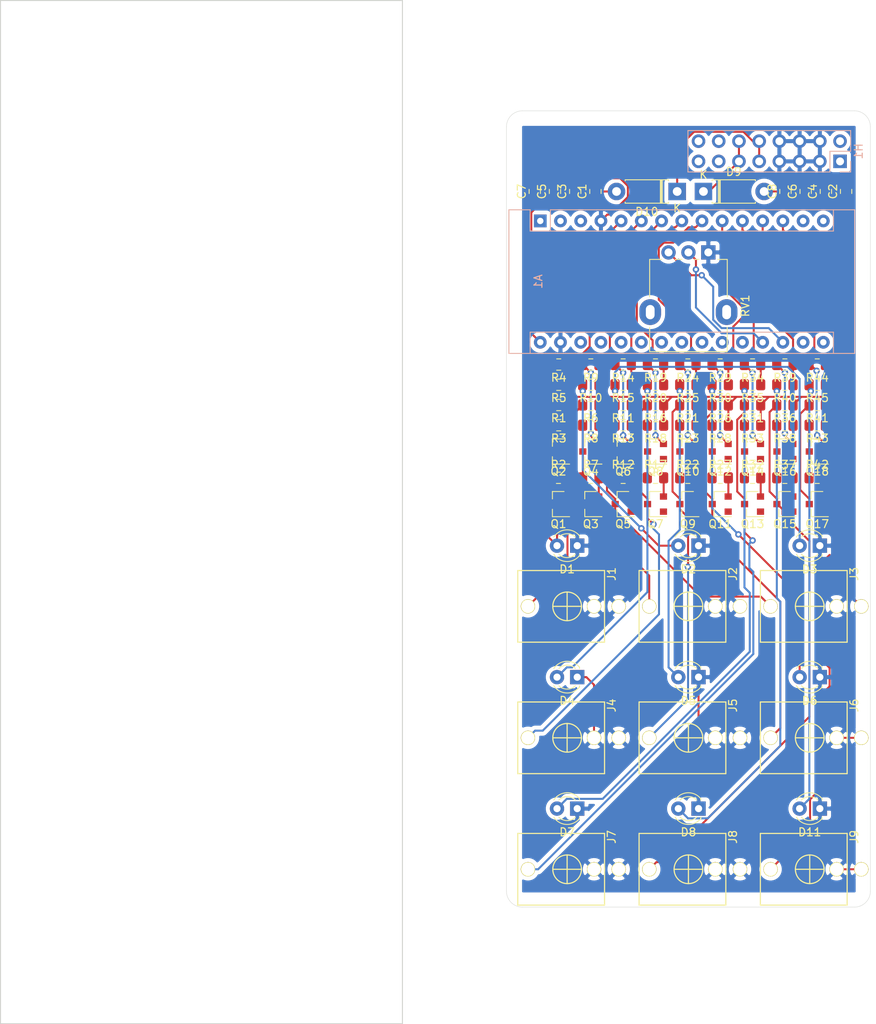
<source format=kicad_pcb>
(kicad_pcb (version 20171130) (host pcbnew "(5.1.2)-1")
  (layers (0 F.Cu signal) (31 B.Cu signal) (34 B.Paste user) (35 F.Paste user) (36 B.SilkS user) (37 F.SilkS user) (38 B.Mask user) (39 F.Mask user) (44 Edge.Cuts user))
  (net 0 "")
  (net 1 "Net-(A1-Pad16)")
  (net 2 "Net-(A1-Pad15)")
  (net 3 "Net-(A1-Pad14)")
  (net 4 GND)
  (net 5 Tr9)
  (net 6 "Net-(A1-Pad28)")
  (net 7 Tr8)
  (net 8 "Net-(A1-Pad27)")
  (net 9 Tr7)
  (net 10 "Net-(A1-Pad26)")
  (net 11 Tr6)
  (net 12 "Net-(A1-Pad25)")
  (net 13 Tr5)
  (net 14 "Net-(A1-Pad24)")
  (net 15 Tr4)
  (net 16 "Net-(A1-Pad23)")
  (net 17 Tr3)
  (net 18 "Net-(A1-Pad22)")
  (net 19 Tr2)
  (net 20 "Net-(A1-Pad21)")
  (net 21 Tr1)
  (net 22 "Net-(A1-Pad20)")
  (net 23 "Net-(A1-Pad19)")
  (net 24 "Net-(A1-Pad3)")
  (net 25 "Net-(A1-Pad18)")
  (net 26 "Net-(A1-Pad2)")
  (net 27 "Net-(A1-Pad17)")
  (net 28 "Net-(A1-Pad1)")
  (net 29 "Net-(D1-Pad2)")
  (net 30 "Net-(H1-Pad15)")
  (net 31 "Net-(H1-Pad13)")
  (net 32 "Net-(J1-Pad3)")
  (net 33 "Net-(J2-Pad3)")
  (net 34 "Net-(J3-Pad3)")
  (net 35 "Net-(Q1-Pad2)")
  (net 36 "Net-(Q2-Pad2)")
  (net 37 12V)
  (net 38 5V)
  (net 39 "Net-(Q2-Pad3)")
  (net 40 "Net-(H1-Pad16)")
  (net 41 "Net-(H1-Pad14)")
  (net 42 "Net-(H1-Pad2)")
  (net 43 "Net-(H1-Pad1)")
  (net 44 "Net-(D3-Pad2)")
  (net 45 "Net-(D5-Pad2)")
  (net 46 "Net-(Q3-Pad2)")
  (net 47 "Net-(Q4-Pad2)")
  (net 48 "Net-(Q4-Pad3)")
  (net 49 "Net-(Q5-Pad2)")
  (net 50 "Net-(Q6-Pad2)")
  (net 51 "Net-(Q6-Pad3)")
  (net 52 "Net-(D6-Pad2)")
  (net 53 "Net-(D7-Pad2)")
  (net 54 "Net-(D8-Pad2)")
  (net 55 "Net-(J4-Pad3)")
  (net 56 "Net-(J5-Pad3)")
  (net 57 "Net-(J6-Pad3)")
  (net 58 "Net-(Q7-Pad2)")
  (net 59 "Net-(Q8-Pad2)")
  (net 60 "Net-(Q8-Pad3)")
  (net 61 "Net-(Q9-Pad2)")
  (net 62 "Net-(Q10-Pad2)")
  (net 63 "Net-(Q10-Pad3)")
  (net 64 "Net-(Q11-Pad2)")
  (net 65 "Net-(Q12-Pad2)")
  (net 66 "Net-(Q12-Pad3)")
  (net 67 "Net-(D11-Pad2)")
  (net 68 "Net-(J7-Pad3)")
  (net 69 "Net-(J8-Pad3)")
  (net 70 "Net-(J9-Pad3)")
  (net 71 "Net-(Q13-Pad2)")
  (net 72 "Net-(Q14-Pad2)")
  (net 73 "Net-(Q14-Pad3)")
  (net 74 "Net-(Q15-Pad2)")
  (net 75 "Net-(Q16-Pad2)")
  (net 76 "Net-(Q16-Pad3)")
  (net 77 "Net-(Q17-Pad2)")
  (net 78 "Net-(Q18-Pad2)")
  (net 79 "Net-(Q18-Pad3)")
  (net 80 "Net-(D2-Pad2)")
  (net 81 "Net-(D4-Pad2)")
  (net 82 "Net-(D9-Pad1)")
  (net 83 "Net-(D10-Pad1)")
  (module LED_THT:LED_D3.0mm_FlatTop (layer F.Cu) (at 217.242 93.868 180)
    (fp_text reference D3 (at 1.27 -2.96 180) (layer F.SilkS))
    (fp_text value LED)
    (pad 2 thru_hole circle (at 2.54 0 180) (size 1.8 1.8) (drill 0.9) (layers *.Cu *.Mask) (net 44 "Net-(D3-Pad2)"))
    (pad 1 thru_hole rect (at 0 0 180) (size 1.8 1.8) (drill 0.9) (layers *.Cu *.Mask) (net 4 GND))
  )
  (module Module:Arduino_Nano (layer B.Cu) (at 182.118 53.086 270)
    (fp_text reference A1 (at 7.62 0.254 270) (layer B.SilkS) (effects (justify mirror)))
    (fp_text value Arduino_Nano_v3.x)
    (pad 16 thru_hole oval (at 15.24 -35.56 270) (size 1.6 1.6) (drill 0.8) (layers *.Cu *.Mask) (net 1 "Net-(A1-Pad16)"))
    (pad 15 thru_hole oval (at 0 -35.56 270) (size 1.6 1.6) (drill 0.8) (layers *.Cu *.Mask) (net 2 "Net-(A1-Pad15)"))
    (pad 30 thru_hole oval (at 15.24 0 270) (size 1.6 1.6) (drill 0.8) (layers *.Cu *.Mask) (net 37 12V))
    (pad 14 thru_hole oval (at 0 -33.02 270) (size 1.6 1.6) (drill 0.8) (layers *.Cu *.Mask) (net 3 "Net-(A1-Pad14)"))
    (pad 29 thru_hole oval (at 15.24 -2.54 270) (size 1.6 1.6) (drill 0.8) (layers *.Cu *.Mask) (net 4 GND))
    (pad 13 thru_hole oval (at 0 -30.48 270) (size 1.6 1.6) (drill 0.8) (layers *.Cu *.Mask) (net 5 Tr9))
    (pad 28 thru_hole oval (at 15.24 -5.08 270) (size 1.6 1.6) (drill 0.8) (layers *.Cu *.Mask) (net 6 "Net-(A1-Pad28)"))
    (pad 12 thru_hole oval (at 0 -27.94 270) (size 1.6 1.6) (drill 0.8) (layers *.Cu *.Mask) (net 7 Tr8))
    (pad 27 thru_hole oval (at 15.24 -7.62 270) (size 1.6 1.6) (drill 0.8) (layers *.Cu *.Mask) (net 8 "Net-(A1-Pad27)"))
    (pad 11 thru_hole oval (at 0 -25.4 270) (size 1.6 1.6) (drill 0.8) (layers *.Cu *.Mask) (net 9 Tr7))
    (pad 26 thru_hole oval (at 15.24 -10.16 270) (size 1.6 1.6) (drill 0.8) (layers *.Cu *.Mask) (net 10 "Net-(A1-Pad26)"))
    (pad 10 thru_hole oval (at 0 -22.86 270) (size 1.6 1.6) (drill 0.8) (layers *.Cu *.Mask) (net 11 Tr6))
    (pad 25 thru_hole oval (at 15.24 -12.7 270) (size 1.6 1.6) (drill 0.8) (layers *.Cu *.Mask) (net 12 "Net-(A1-Pad25)"))
    (pad 9 thru_hole oval (at 0 -20.32 270) (size 1.6 1.6) (drill 0.8) (layers *.Cu *.Mask) (net 13 Tr5))
    (pad 24 thru_hole oval (at 15.24 -15.24 270) (size 1.6 1.6) (drill 0.8) (layers *.Cu *.Mask) (net 14 "Net-(A1-Pad24)"))
    (pad 8 thru_hole oval (at 0 -17.78 270) (size 1.6 1.6) (drill 0.8) (layers *.Cu *.Mask) (net 15 Tr4))
    (pad 23 thru_hole oval (at 15.24 -17.78 270) (size 1.6 1.6) (drill 0.8) (layers *.Cu *.Mask) (net 16 "Net-(A1-Pad23)"))
    (pad 7 thru_hole oval (at 0 -15.24 270) (size 1.6 1.6) (drill 0.8) (layers *.Cu *.Mask) (net 17 Tr3))
    (pad 22 thru_hole oval (at 15.24 -20.32 270) (size 1.6 1.6) (drill 0.8) (layers *.Cu *.Mask) (net 18 "Net-(A1-Pad22)"))
    (pad 6 thru_hole oval (at 0 -12.7 270) (size 1.6 1.6) (drill 0.8) (layers *.Cu *.Mask) (net 19 Tr2))
    (pad 21 thru_hole oval (at 15.24 -22.86 270) (size 1.6 1.6) (drill 0.8) (layers *.Cu *.Mask) (net 20 "Net-(A1-Pad21)"))
    (pad 5 thru_hole oval (at 0 -10.16 270) (size 1.6 1.6) (drill 0.8) (layers *.Cu *.Mask) (net 21 Tr1))
    (pad 20 thru_hole oval (at 15.24 -25.4 270) (size 1.6 1.6) (drill 0.8) (layers *.Cu *.Mask) (net 22 "Net-(A1-Pad20)"))
    (pad 4 thru_hole oval (at 0 -7.62 270) (size 1.6 1.6) (drill 0.8) (layers *.Cu *.Mask) (net 4 GND))
    (pad 19 thru_hole oval (at 15.24 -27.94 270) (size 1.6 1.6) (drill 0.8) (layers *.Cu *.Mask) (net 23 "Net-(A1-Pad19)"))
    (pad 3 thru_hole oval (at 0 -5.08 270) (size 1.6 1.6) (drill 0.8) (layers *.Cu *.Mask) (net 24 "Net-(A1-Pad3)"))
    (pad 18 thru_hole oval (at 15.24 -30.48 270) (size 1.6 1.6) (drill 0.8) (layers *.Cu *.Mask) (net 25 "Net-(A1-Pad18)"))
    (pad 2 thru_hole oval (at 0 -2.54 270) (size 1.6 1.6) (drill 0.8) (layers *.Cu *.Mask) (net 26 "Net-(A1-Pad2)"))
    (pad 17 thru_hole oval (at 15.24 -33.02 270) (size 1.6 1.6) (drill 0.8) (layers *.Cu *.Mask) (net 27 "Net-(A1-Pad17)"))
    (pad 1 thru_hole rect (at 0 0 270) (size 1.6 1.6) (drill 0.8) (layers *.Cu *.Mask) (net 28 "Net-(A1-Pad1)"))
  )
  (module eurorack:PJ301M-12 (layer F.Cu) (at 215.972 134.508 90)
    (fp_text reference J9 (at 4.064 5.588 90) (layer F.SilkS))
    (fp_text value PJ301M-12)
    (pad 3 thru_hole circle (at 0 -4.92 90) (size 1.8 1.8) (drill 1.6) (layers *.Cu *.Mask F.SilkS) (net 70 "Net-(J9-Pad3)"))
    (pad 1 thru_hole circle (at 0 6.48 90) (size 1.8 1.8) (drill 1.6) (layers *.Cu *.Mask F.SilkS) (net 4 GND))
    (pad 2 thru_hole circle (at 0 3.38 90) (size 1.8 1.8) (drill 1.6) (layers *.Cu *.Mask F.SilkS) (net 4 GND))
  )
  (module eurorack:PJ301M-12 (layer F.Cu) (at 200.732 134.508 90)
    (fp_text reference J8 (at 4.064 5.588 90) (layer F.SilkS))
    (fp_text value PJ301M-12)
    (pad 3 thru_hole circle (at 0 -4.92 90) (size 1.8 1.8) (drill 1.6) (layers *.Cu *.Mask F.SilkS) (net 69 "Net-(J8-Pad3)"))
    (pad 1 thru_hole circle (at 0 6.48 90) (size 1.8 1.8) (drill 1.6) (layers *.Cu *.Mask F.SilkS) (net 4 GND))
    (pad 2 thru_hole circle (at 0 3.38 90) (size 1.8 1.8) (drill 1.6) (layers *.Cu *.Mask F.SilkS) (net 4 GND))
  )
  (module eurorack:PJ301M-12 (layer F.Cu) (at 185.492 134.508 90)
    (fp_text reference J7 (at 4.064 5.588 90) (layer F.SilkS))
    (fp_text value PJ301M-12)
    (pad 3 thru_hole circle (at 0 -4.92 90) (size 1.8 1.8) (drill 1.6) (layers *.Cu *.Mask F.SilkS) (net 68 "Net-(J7-Pad3)"))
    (pad 1 thru_hole circle (at 0 6.48 90) (size 1.8 1.8) (drill 1.6) (layers *.Cu *.Mask F.SilkS) (net 4 GND))
    (pad 2 thru_hole circle (at 0 3.38 90) (size 1.8 1.8) (drill 1.6) (layers *.Cu *.Mask F.SilkS) (net 4 GND))
  )
  (module eurorack:PJ301M-12 (layer F.Cu) (at 215.972 117.998 90)
    (fp_text reference J6 (at 4.064 5.588 90) (layer F.SilkS))
    (fp_text value PJ301M-12)
    (pad 3 thru_hole circle (at 0 -4.92 90) (size 1.8 1.8) (drill 1.6) (layers *.Cu *.Mask F.SilkS) (net 57 "Net-(J6-Pad3)"))
    (pad 1 thru_hole circle (at 0 6.48 90) (size 1.8 1.8) (drill 1.6) (layers *.Cu *.Mask F.SilkS) (net 4 GND))
    (pad 2 thru_hole circle (at 0 3.38 90) (size 1.8 1.8) (drill 1.6) (layers *.Cu *.Mask F.SilkS) (net 4 GND))
  )
  (module eurorack:PJ301M-12 (layer F.Cu) (at 200.732 117.998 90)
    (fp_text reference J5 (at 4.064 5.588 90) (layer F.SilkS))
    (fp_text value PJ301M-12)
    (pad 3 thru_hole circle (at 0 -4.92 90) (size 1.8 1.8) (drill 1.6) (layers *.Cu *.Mask F.SilkS) (net 56 "Net-(J5-Pad3)"))
    (pad 1 thru_hole circle (at 0 6.48 90) (size 1.8 1.8) (drill 1.6) (layers *.Cu *.Mask F.SilkS) (net 4 GND))
    (pad 2 thru_hole circle (at 0 3.38 90) (size 1.8 1.8) (drill 1.6) (layers *.Cu *.Mask F.SilkS) (net 4 GND))
  )
  (module eurorack:PJ301M-12 (layer F.Cu) (at 185.492 117.998 90)
    (fp_text reference J4 (at 4.064 5.588 90) (layer F.SilkS))
    (fp_text value PJ301M-12)
    (pad 3 thru_hole circle (at 0 -4.92 90) (size 1.8 1.8) (drill 1.6) (layers *.Cu *.Mask F.SilkS) (net 55 "Net-(J4-Pad3)"))
    (pad 1 thru_hole circle (at 0 6.48 90) (size 1.8 1.8) (drill 1.6) (layers *.Cu *.Mask F.SilkS) (net 4 GND))
    (pad 2 thru_hole circle (at 0 3.38 90) (size 1.8 1.8) (drill 1.6) (layers *.Cu *.Mask F.SilkS) (net 4 GND))
  )
  (module eurorack:PJ301M-12 (layer F.Cu) (at 215.972 101.488 90)
    (fp_text reference J3 (at 4.064 5.588 90) (layer F.SilkS))
    (fp_text value PJ301M-12)
    (pad 3 thru_hole circle (at 0 -4.92 90) (size 1.8 1.8) (drill 1.6) (layers *.Cu *.Mask F.SilkS) (net 34 "Net-(J3-Pad3)"))
    (pad 1 thru_hole circle (at 0 6.48 90) (size 1.8 1.8) (drill 1.6) (layers *.Cu *.Mask F.SilkS) (net 4 GND))
    (pad 2 thru_hole circle (at 0 3.38 90) (size 1.8 1.8) (drill 1.6) (layers *.Cu *.Mask F.SilkS) (net 4 GND))
  )
  (module eurorack:PJ301M-12 (layer F.Cu) (at 200.732 101.488 90)
    (fp_text reference J2 (at 4.064 5.588 90) (layer F.SilkS))
    (fp_text value PJ301M-12)
    (pad 3 thru_hole circle (at 0 -4.92 90) (size 1.8 1.8) (drill 1.6) (layers *.Cu *.Mask F.SilkS) (net 33 "Net-(J2-Pad3)"))
    (pad 1 thru_hole circle (at 0 6.48 90) (size 1.8 1.8) (drill 1.6) (layers *.Cu *.Mask F.SilkS) (net 4 GND))
    (pad 2 thru_hole circle (at 0 3.38 90) (size 1.8 1.8) (drill 1.6) (layers *.Cu *.Mask F.SilkS) (net 4 GND))
  )
  (module eurorack:PJ301M-12 (layer F.Cu) (at 185.492 101.488 90)
    (fp_text reference J1 (at 4.064 5.588 90) (layer F.SilkS))
    (fp_text value PJ301M-12)
    (pad 3 thru_hole circle (at 0 -4.92 90) (size 1.8 1.8) (drill 1.6) (layers *.Cu *.Mask F.SilkS) (net 32 "Net-(J1-Pad3)"))
    (pad 1 thru_hole circle (at 0 6.48 90) (size 1.8 1.8) (drill 1.6) (layers *.Cu *.Mask F.SilkS) (net 4 GND))
    (pad 2 thru_hole circle (at 0 3.38 90) (size 1.8 1.8) (drill 1.6) (layers *.Cu *.Mask F.SilkS) (net 4 GND))
  )
  (module Potentiometer_THT:Potentiometer_Alpha_RD901F-40-00D_Single_Vertical (layer F.Cu) (at 203.232 57.038 270)
    (fp_text reference RV1 (at 6.71 -4.64 270) (layer F.SilkS))
    (fp_text value R_POT_US)
    (pad "" thru_hole oval (at 7.5 -2.3) (size 2.72 3.24) (drill oval 1.1 1.8) (layers *.Cu *.Mask))
    (pad "" thru_hole oval (at 7.5 7.3) (size 2.72 3.24) (drill oval 1.1 1.8) (layers *.Cu *.Mask))
    (pad 3 thru_hole circle (at 0 5) (size 1.8 1.8) (drill 1) (layers *.Cu *.Mask) (net 25 "Net-(A1-Pad18)"))
    (pad 2 thru_hole circle (at 0 2.5) (size 1.8 1.8) (drill 1) (layers *.Cu *.Mask) (net 23 "Net-(A1-Pad19)"))
    (pad 1 thru_hole rect (at 0 0) (size 1.8 1.8) (drill 1) (layers *.Cu *.Mask) (net 4 GND))
  )
  (module Resistor_SMD:R_0805_2012Metric_Pad1.15x1.40mm_HandSolder (layer F.Cu) (at 216.916 73.66 180)
    (fp_text reference R45 (at 0 -1.65) (layer F.SilkS))
    (fp_text value 200)
    (pad 2 smd roundrect (at 1.025 0 180) (size 1.15 1.4) (layers F.Cu F.Paste F.Mask) (roundrect_rratio 0.217391) (net 67 "Net-(D11-Pad2)"))
    (pad 1 smd roundrect (at -1.025 0 180) (size 1.15 1.4) (layers F.Cu F.Paste F.Mask) (roundrect_rratio 0.217391) (net 5 Tr9))
  )
  (module Resistor_SMD:R_0805_2012Metric_Pad1.15x1.40mm_HandSolder (layer F.Cu) (at 216.916 71.12 180)
    (fp_text reference R44 (at 0 -1.65) (layer F.SilkS))
    (fp_text value 1k)
    (pad 2 smd roundrect (at 1.025 0 180) (size 1.15 1.4) (layers F.Cu F.Paste F.Mask) (roundrect_rratio 0.217391) (net 78 "Net-(Q18-Pad2)"))
    (pad 1 smd roundrect (at -1.025 0 180) (size 1.15 1.4) (layers F.Cu F.Paste F.Mask) (roundrect_rratio 0.217391) (net 5 Tr9))
  )
  (module Resistor_SMD:R_0805_2012Metric_Pad1.15x1.40mm_HandSolder (layer F.Cu) (at 216.916 78.74 180)
    (fp_text reference R43 (at 0 -1.65) (layer F.SilkS))
    (fp_text value 10k)
    (pad 2 smd roundrect (at 1.025 0 180) (size 1.15 1.4) (layers F.Cu F.Paste F.Mask) (roundrect_rratio 0.217391) (net 79 "Net-(Q18-Pad3)"))
    (pad 1 smd roundrect (at -1.025 0 180) (size 1.15 1.4) (layers F.Cu F.Paste F.Mask) (roundrect_rratio 0.217391) (net 38 5V))
  )
  (module Resistor_SMD:R_0805_2012Metric_Pad1.15x1.40mm_HandSolder (layer F.Cu) (at 216.916 85.344)
    (fp_text reference R42 (at 0 -1.65) (layer F.SilkS))
    (fp_text value 1k)
    (pad 2 smd roundrect (at 1.025 0) (size 1.15 1.4) (layers F.Cu F.Paste F.Mask) (roundrect_rratio 0.217391) (net 77 "Net-(Q17-Pad2)"))
    (pad 1 smd roundrect (at -1.025 0) (size 1.15 1.4) (layers F.Cu F.Paste F.Mask) (roundrect_rratio 0.217391) (net 79 "Net-(Q18-Pad3)"))
  )
  (module Resistor_SMD:R_0805_2012Metric_Pad1.15x1.40mm_HandSolder (layer F.Cu) (at 216.916 76.2 180)
    (fp_text reference R41 (at 0 -1.65) (layer F.SilkS))
    (fp_text value 1k)
    (pad 2 smd roundrect (at 1.025 0 180) (size 1.15 1.4) (layers F.Cu F.Paste F.Mask) (roundrect_rratio 0.217391) (net 70 "Net-(J9-Pad3)"))
    (pad 1 smd roundrect (at -1.025 0 180) (size 1.15 1.4) (layers F.Cu F.Paste F.Mask) (roundrect_rratio 0.217391) (net 38 5V))
  )
  (module Resistor_SMD:R_0805_2012Metric_Pad1.15x1.40mm_HandSolder (layer F.Cu) (at 212.852 73.66 180)
    (fp_text reference R40 (at 0 -1.65 180) (layer F.SilkS))
    (fp_text value 200)
    (pad 2 smd roundrect (at 1.025 0 180) (size 1.15 1.4) (layers F.Cu F.Paste F.Mask) (roundrect_rratio 0.217391) (net 54 "Net-(D8-Pad2)"))
    (pad 1 smd roundrect (at -1.025 0 180) (size 1.15 1.4) (layers F.Cu F.Paste F.Mask) (roundrect_rratio 0.217391) (net 7 Tr8))
  )
  (module Resistor_SMD:R_0805_2012Metric_Pad1.15x1.40mm_HandSolder (layer F.Cu) (at 212.852 71.12 180)
    (fp_text reference R39 (at 0 -1.65 180) (layer F.SilkS))
    (fp_text value 1k)
    (pad 2 smd roundrect (at 1.025 0 180) (size 1.15 1.4) (layers F.Cu F.Paste F.Mask) (roundrect_rratio 0.217391) (net 75 "Net-(Q16-Pad2)"))
    (pad 1 smd roundrect (at -1.025 0 180) (size 1.15 1.4) (layers F.Cu F.Paste F.Mask) (roundrect_rratio 0.217391) (net 7 Tr8))
  )
  (module Resistor_SMD:R_0805_2012Metric_Pad1.15x1.40mm_HandSolder (layer F.Cu) (at 212.852 78.74 180)
    (fp_text reference R38 (at 0 -1.65 180) (layer F.SilkS))
    (fp_text value 10k)
    (pad 2 smd roundrect (at 1.025 0 180) (size 1.15 1.4) (layers F.Cu F.Paste F.Mask) (roundrect_rratio 0.217391) (net 76 "Net-(Q16-Pad3)"))
    (pad 1 smd roundrect (at -1.025 0 180) (size 1.15 1.4) (layers F.Cu F.Paste F.Mask) (roundrect_rratio 0.217391) (net 38 5V))
  )
  (module Resistor_SMD:R_0805_2012Metric_Pad1.15x1.40mm_HandSolder (layer F.Cu) (at 212.852 85.344)
    (fp_text reference R37 (at 0 -1.65 180) (layer F.SilkS))
    (fp_text value 1k)
    (pad 2 smd roundrect (at 1.025 0) (size 1.15 1.4) (layers F.Cu F.Paste F.Mask) (roundrect_rratio 0.217391) (net 74 "Net-(Q15-Pad2)"))
    (pad 1 smd roundrect (at -1.025 0) (size 1.15 1.4) (layers F.Cu F.Paste F.Mask) (roundrect_rratio 0.217391) (net 76 "Net-(Q16-Pad3)"))
  )
  (module Resistor_SMD:R_0805_2012Metric_Pad1.15x1.40mm_HandSolder (layer F.Cu) (at 212.852 76.2 180)
    (fp_text reference R36 (at 0 -1.65 180) (layer F.SilkS))
    (fp_text value 1k)
    (pad 2 smd roundrect (at 1.025 0 180) (size 1.15 1.4) (layers F.Cu F.Paste F.Mask) (roundrect_rratio 0.217391) (net 69 "Net-(J8-Pad3)"))
    (pad 1 smd roundrect (at -1.025 0 180) (size 1.15 1.4) (layers F.Cu F.Paste F.Mask) (roundrect_rratio 0.217391) (net 38 5V))
  )
  (module Resistor_SMD:R_0805_2012Metric_Pad1.15x1.40mm_HandSolder (layer F.Cu) (at 208.788 73.66 180)
    (fp_text reference R35 (at 0 -1.65 180) (layer F.SilkS))
    (fp_text value 200)
    (pad 2 smd roundrect (at 1.025 0 180) (size 1.15 1.4) (layers F.Cu F.Paste F.Mask) (roundrect_rratio 0.217391) (net 53 "Net-(D7-Pad2)"))
    (pad 1 smd roundrect (at -1.025 0 180) (size 1.15 1.4) (layers F.Cu F.Paste F.Mask) (roundrect_rratio 0.217391) (net 9 Tr7))
  )
  (module Resistor_SMD:R_0805_2012Metric_Pad1.15x1.40mm_HandSolder (layer F.Cu) (at 208.788 71.12 180)
    (fp_text reference R34 (at 0 -1.65 180) (layer F.SilkS))
    (fp_text value 1k)
    (pad 2 smd roundrect (at 1.025 0 180) (size 1.15 1.4) (layers F.Cu F.Paste F.Mask) (roundrect_rratio 0.217391) (net 72 "Net-(Q14-Pad2)"))
    (pad 1 smd roundrect (at -1.025 0 180) (size 1.15 1.4) (layers F.Cu F.Paste F.Mask) (roundrect_rratio 0.217391) (net 9 Tr7))
  )
  (module Resistor_SMD:R_0805_2012Metric_Pad1.15x1.40mm_HandSolder (layer F.Cu) (at 208.788 78.74 180)
    (fp_text reference R33 (at 0 -1.65 180) (layer F.SilkS))
    (fp_text value 10k)
    (pad 2 smd roundrect (at 1.025 0 180) (size 1.15 1.4) (layers F.Cu F.Paste F.Mask) (roundrect_rratio 0.217391) (net 73 "Net-(Q14-Pad3)"))
    (pad 1 smd roundrect (at -1.025 0 180) (size 1.15 1.4) (layers F.Cu F.Paste F.Mask) (roundrect_rratio 0.217391) (net 38 5V))
  )
  (module Resistor_SMD:R_0805_2012Metric_Pad1.15x1.40mm_HandSolder (layer F.Cu) (at 208.788 85.344)
    (fp_text reference R32 (at 0 -1.65 180) (layer F.SilkS))
    (fp_text value 1k)
    (pad 2 smd roundrect (at 1.025 0) (size 1.15 1.4) (layers F.Cu F.Paste F.Mask) (roundrect_rratio 0.217391) (net 71 "Net-(Q13-Pad2)"))
    (pad 1 smd roundrect (at -1.025 0) (size 1.15 1.4) (layers F.Cu F.Paste F.Mask) (roundrect_rratio 0.217391) (net 73 "Net-(Q14-Pad3)"))
  )
  (module Resistor_SMD:R_0805_2012Metric_Pad1.15x1.40mm_HandSolder (layer F.Cu) (at 208.788 76.2 180)
    (fp_text reference R31 (at 0 -1.65 180) (layer F.SilkS))
    (fp_text value 1k)
    (pad 2 smd roundrect (at 1.025 0 180) (size 1.15 1.4) (layers F.Cu F.Paste F.Mask) (roundrect_rratio 0.217391) (net 68 "Net-(J7-Pad3)"))
    (pad 1 smd roundrect (at -1.025 0 180) (size 1.15 1.4) (layers F.Cu F.Paste F.Mask) (roundrect_rratio 0.217391) (net 38 5V))
  )
  (module Resistor_SMD:R_0805_2012Metric_Pad1.15x1.40mm_HandSolder (layer F.Cu) (at 204.724 73.66 180)
    (fp_text reference R30 (at 0 -1.65) (layer F.SilkS))
    (fp_text value 200)
    (pad 2 smd roundrect (at 1.025 0 180) (size 1.15 1.4) (layers F.Cu F.Paste F.Mask) (roundrect_rratio 0.217391) (net 52 "Net-(D6-Pad2)"))
    (pad 1 smd roundrect (at -1.025 0 180) (size 1.15 1.4) (layers F.Cu F.Paste F.Mask) (roundrect_rratio 0.217391) (net 11 Tr6))
  )
  (module Resistor_SMD:R_0805_2012Metric_Pad1.15x1.40mm_HandSolder (layer F.Cu) (at 204.724 71.12 180)
    (fp_text reference R29 (at 0 -1.65) (layer F.SilkS))
    (fp_text value 1k)
    (pad 2 smd roundrect (at 1.025 0 180) (size 1.15 1.4) (layers F.Cu F.Paste F.Mask) (roundrect_rratio 0.217391) (net 65 "Net-(Q12-Pad2)"))
    (pad 1 smd roundrect (at -1.025 0 180) (size 1.15 1.4) (layers F.Cu F.Paste F.Mask) (roundrect_rratio 0.217391) (net 11 Tr6))
  )
  (module Resistor_SMD:R_0805_2012Metric_Pad1.15x1.40mm_HandSolder (layer F.Cu) (at 204.724 78.74 180)
    (fp_text reference R28 (at 0 -1.65) (layer F.SilkS))
    (fp_text value 10k)
    (pad 2 smd roundrect (at 1.025 0 180) (size 1.15 1.4) (layers F.Cu F.Paste F.Mask) (roundrect_rratio 0.217391) (net 66 "Net-(Q12-Pad3)"))
    (pad 1 smd roundrect (at -1.025 0 180) (size 1.15 1.4) (layers F.Cu F.Paste F.Mask) (roundrect_rratio 0.217391) (net 38 5V))
  )
  (module Resistor_SMD:R_0805_2012Metric_Pad1.15x1.40mm_HandSolder (layer F.Cu) (at 204.724 85.344)
    (fp_text reference R27 (at 0 -1.65) (layer F.SilkS))
    (fp_text value 1k)
    (pad 2 smd roundrect (at 1.025 0) (size 1.15 1.4) (layers F.Cu F.Paste F.Mask) (roundrect_rratio 0.217391) (net 64 "Net-(Q11-Pad2)"))
    (pad 1 smd roundrect (at -1.025 0) (size 1.15 1.4) (layers F.Cu F.Paste F.Mask) (roundrect_rratio 0.217391) (net 66 "Net-(Q12-Pad3)"))
  )
  (module Resistor_SMD:R_0805_2012Metric_Pad1.15x1.40mm_HandSolder (layer F.Cu) (at 204.724 76.2 180)
    (fp_text reference R26 (at 0 -1.65) (layer F.SilkS))
    (fp_text value 1k)
    (pad 2 smd roundrect (at 1.025 0 180) (size 1.15 1.4) (layers F.Cu F.Paste F.Mask) (roundrect_rratio 0.217391) (net 57 "Net-(J6-Pad3)"))
    (pad 1 smd roundrect (at -1.025 0 180) (size 1.15 1.4) (layers F.Cu F.Paste F.Mask) (roundrect_rratio 0.217391) (net 38 5V))
  )
  (module Resistor_SMD:R_0805_2012Metric_Pad1.15x1.40mm_HandSolder (layer F.Cu) (at 200.66 73.66 180)
    (fp_text reference R25 (at 0 -1.65) (layer F.SilkS))
    (fp_text value 200)
    (pad 2 smd roundrect (at 1.025 0 180) (size 1.15 1.4) (layers F.Cu F.Paste F.Mask) (roundrect_rratio 0.217391) (net 45 "Net-(D5-Pad2)"))
    (pad 1 smd roundrect (at -1.025 0 180) (size 1.15 1.4) (layers F.Cu F.Paste F.Mask) (roundrect_rratio 0.217391) (net 13 Tr5))
  )
  (module Resistor_SMD:R_0805_2012Metric_Pad1.15x1.40mm_HandSolder (layer F.Cu) (at 200.66 71.12 180)
    (fp_text reference R24 (at 0 -1.65) (layer F.SilkS))
    (fp_text value 1k)
    (pad 2 smd roundrect (at 1.025 0 180) (size 1.15 1.4) (layers F.Cu F.Paste F.Mask) (roundrect_rratio 0.217391) (net 62 "Net-(Q10-Pad2)"))
    (pad 1 smd roundrect (at -1.025 0 180) (size 1.15 1.4) (layers F.Cu F.Paste F.Mask) (roundrect_rratio 0.217391) (net 13 Tr5))
  )
  (module Resistor_SMD:R_0805_2012Metric_Pad1.15x1.40mm_HandSolder (layer F.Cu) (at 200.66 78.74 180)
    (fp_text reference R23 (at 0 -1.65) (layer F.SilkS))
    (fp_text value 10k)
    (pad 2 smd roundrect (at 1.025 0 180) (size 1.15 1.4) (layers F.Cu F.Paste F.Mask) (roundrect_rratio 0.217391) (net 63 "Net-(Q10-Pad3)"))
    (pad 1 smd roundrect (at -1.025 0 180) (size 1.15 1.4) (layers F.Cu F.Paste F.Mask) (roundrect_rratio 0.217391) (net 38 5V))
  )
  (module Resistor_SMD:R_0805_2012Metric_Pad1.15x1.40mm_HandSolder (layer F.Cu) (at 200.66 85.344)
    (fp_text reference R22 (at 0 -1.65) (layer F.SilkS))
    (fp_text value 1k)
    (pad 2 smd roundrect (at 1.025 0) (size 1.15 1.4) (layers F.Cu F.Paste F.Mask) (roundrect_rratio 0.217391) (net 61 "Net-(Q9-Pad2)"))
    (pad 1 smd roundrect (at -1.025 0) (size 1.15 1.4) (layers F.Cu F.Paste F.Mask) (roundrect_rratio 0.217391) (net 63 "Net-(Q10-Pad3)"))
  )
  (module Resistor_SMD:R_0805_2012Metric_Pad1.15x1.40mm_HandSolder (layer F.Cu) (at 200.66 76.2 180)
    (fp_text reference R21 (at 0 -1.65) (layer F.SilkS))
    (fp_text value 1k)
    (pad 2 smd roundrect (at 1.025 0 180) (size 1.15 1.4) (layers F.Cu F.Paste F.Mask) (roundrect_rratio 0.217391) (net 56 "Net-(J5-Pad3)"))
    (pad 1 smd roundrect (at -1.025 0 180) (size 1.15 1.4) (layers F.Cu F.Paste F.Mask) (roundrect_rratio 0.217391) (net 38 5V))
  )
  (module Resistor_SMD:R_0805_2012Metric_Pad1.15x1.40mm_HandSolder (layer F.Cu) (at 196.596 73.66 180)
    (fp_text reference R20 (at 0 -1.65) (layer F.SilkS))
    (fp_text value 200)
    (pad 2 smd roundrect (at 1.025 0 180) (size 1.15 1.4) (layers F.Cu F.Paste F.Mask) (roundrect_rratio 0.217391) (net 81 "Net-(D4-Pad2)"))
    (pad 1 smd roundrect (at -1.025 0 180) (size 1.15 1.4) (layers F.Cu F.Paste F.Mask) (roundrect_rratio 0.217391) (net 15 Tr4))
  )
  (module Resistor_SMD:R_0805_2012Metric_Pad1.15x1.40mm_HandSolder (layer F.Cu) (at 196.596 71.12 180)
    (fp_text reference R19 (at 0 -1.65) (layer F.SilkS))
    (fp_text value 1k)
    (pad 2 smd roundrect (at 1.025 0 180) (size 1.15 1.4) (layers F.Cu F.Paste F.Mask) (roundrect_rratio 0.217391) (net 59 "Net-(Q8-Pad2)"))
    (pad 1 smd roundrect (at -1.025 0 180) (size 1.15 1.4) (layers F.Cu F.Paste F.Mask) (roundrect_rratio 0.217391) (net 15 Tr4))
  )
  (module Resistor_SMD:R_0805_2012Metric_Pad1.15x1.40mm_HandSolder (layer F.Cu) (at 196.596 78.74 180)
    (fp_text reference R18 (at 0 -1.65) (layer F.SilkS))
    (fp_text value 10k)
    (pad 2 smd roundrect (at 1.025 0 180) (size 1.15 1.4) (layers F.Cu F.Paste F.Mask) (roundrect_rratio 0.217391) (net 60 "Net-(Q8-Pad3)"))
    (pad 1 smd roundrect (at -1.025 0 180) (size 1.15 1.4) (layers F.Cu F.Paste F.Mask) (roundrect_rratio 0.217391) (net 38 5V))
  )
  (module Resistor_SMD:R_0805_2012Metric_Pad1.15x1.40mm_HandSolder (layer F.Cu) (at 196.596 85.344)
    (fp_text reference R17 (at 0 -1.65) (layer F.SilkS))
    (fp_text value 1k)
    (pad 2 smd roundrect (at 1.025 0) (size 1.15 1.4) (layers F.Cu F.Paste F.Mask) (roundrect_rratio 0.217391) (net 58 "Net-(Q7-Pad2)"))
    (pad 1 smd roundrect (at -1.025 0) (size 1.15 1.4) (layers F.Cu F.Paste F.Mask) (roundrect_rratio 0.217391) (net 60 "Net-(Q8-Pad3)"))
  )
  (module Resistor_SMD:R_0805_2012Metric_Pad1.15x1.40mm_HandSolder (layer F.Cu) (at 196.596 76.2 180)
    (fp_text reference R16 (at 0 -1.65) (layer F.SilkS))
    (fp_text value 1k)
    (pad 2 smd roundrect (at 1.025 0 180) (size 1.15 1.4) (layers F.Cu F.Paste F.Mask) (roundrect_rratio 0.217391) (net 55 "Net-(J4-Pad3)"))
    (pad 1 smd roundrect (at -1.025 0 180) (size 1.15 1.4) (layers F.Cu F.Paste F.Mask) (roundrect_rratio 0.217391) (net 38 5V))
  )
  (module Resistor_SMD:R_0805_2012Metric_Pad1.15x1.40mm_HandSolder (layer F.Cu) (at 192.532 73.66 180)
    (fp_text reference R15 (at 0 -1.65) (layer F.SilkS))
    (fp_text value 200)
    (pad 2 smd roundrect (at 1.025 0 180) (size 1.15 1.4) (layers F.Cu F.Paste F.Mask) (roundrect_rratio 0.217391) (net 44 "Net-(D3-Pad2)"))
    (pad 1 smd roundrect (at -1.025 0 180) (size 1.15 1.4) (layers F.Cu F.Paste F.Mask) (roundrect_rratio 0.217391) (net 17 Tr3))
  )
  (module Resistor_SMD:R_0805_2012Metric_Pad1.15x1.40mm_HandSolder (layer F.Cu) (at 192.532 71.12 180)
    (fp_text reference R14 (at 0 -1.65) (layer F.SilkS))
    (fp_text value 1k)
    (pad 2 smd roundrect (at 1.025 0 180) (size 1.15 1.4) (layers F.Cu F.Paste F.Mask) (roundrect_rratio 0.217391) (net 50 "Net-(Q6-Pad2)"))
    (pad 1 smd roundrect (at -1.025 0 180) (size 1.15 1.4) (layers F.Cu F.Paste F.Mask) (roundrect_rratio 0.217391) (net 17 Tr3))
  )
  (module Resistor_SMD:R_0805_2012Metric_Pad1.15x1.40mm_HandSolder (layer F.Cu) (at 192.532 78.74 180)
    (fp_text reference R13 (at 0 -1.65) (layer F.SilkS))
    (fp_text value 10k)
    (pad 2 smd roundrect (at 1.025 0 180) (size 1.15 1.4) (layers F.Cu F.Paste F.Mask) (roundrect_rratio 0.217391) (net 51 "Net-(Q6-Pad3)"))
    (pad 1 smd roundrect (at -1.025 0 180) (size 1.15 1.4) (layers F.Cu F.Paste F.Mask) (roundrect_rratio 0.217391) (net 38 5V))
  )
  (module Resistor_SMD:R_0805_2012Metric_Pad1.15x1.40mm_HandSolder (layer F.Cu) (at 192.532 85.344)
    (fp_text reference R12 (at 0 -1.65) (layer F.SilkS))
    (fp_text value 1k)
    (pad 2 smd roundrect (at 1.025 0) (size 1.15 1.4) (layers F.Cu F.Paste F.Mask) (roundrect_rratio 0.217391) (net 49 "Net-(Q5-Pad2)"))
    (pad 1 smd roundrect (at -1.025 0) (size 1.15 1.4) (layers F.Cu F.Paste F.Mask) (roundrect_rratio 0.217391) (net 51 "Net-(Q6-Pad3)"))
  )
  (module Resistor_SMD:R_0805_2012Metric_Pad1.15x1.40mm_HandSolder (layer F.Cu) (at 192.532 76.2 180)
    (fp_text reference R11 (at 0 -1.65) (layer F.SilkS))
    (fp_text value 1k)
    (pad 2 smd roundrect (at 1.025 0 180) (size 1.15 1.4) (layers F.Cu F.Paste F.Mask) (roundrect_rratio 0.217391) (net 34 "Net-(J3-Pad3)"))
    (pad 1 smd roundrect (at -1.025 0 180) (size 1.15 1.4) (layers F.Cu F.Paste F.Mask) (roundrect_rratio 0.217391) (net 38 5V))
  )
  (module Resistor_SMD:R_0805_2012Metric_Pad1.15x1.40mm_HandSolder (layer F.Cu) (at 188.468 73.66 180)
    (fp_text reference R10 (at 0 -1.65) (layer F.SilkS))
    (fp_text value 200)
    (pad 2 smd roundrect (at 1.025 0 180) (size 1.15 1.4) (layers F.Cu F.Paste F.Mask) (roundrect_rratio 0.217391) (net 80 "Net-(D2-Pad2)"))
    (pad 1 smd roundrect (at -1.025 0 180) (size 1.15 1.4) (layers F.Cu F.Paste F.Mask) (roundrect_rratio 0.217391) (net 19 Tr2))
  )
  (module Resistor_SMD:R_0805_2012Metric_Pad1.15x1.40mm_HandSolder (layer F.Cu) (at 188.468 71.12 180)
    (fp_text reference R9 (at 0 -1.65) (layer F.SilkS))
    (fp_text value 1k)
    (pad 2 smd roundrect (at 1.025 0 180) (size 1.15 1.4) (layers F.Cu F.Paste F.Mask) (roundrect_rratio 0.217391) (net 47 "Net-(Q4-Pad2)"))
    (pad 1 smd roundrect (at -1.025 0 180) (size 1.15 1.4) (layers F.Cu F.Paste F.Mask) (roundrect_rratio 0.217391) (net 19 Tr2))
  )
  (module Resistor_SMD:R_0805_2012Metric_Pad1.15x1.40mm_HandSolder (layer F.Cu) (at 188.468 78.74 180)
    (fp_text reference R8 (at 0 -1.65) (layer F.SilkS))
    (fp_text value 10k)
    (pad 2 smd roundrect (at 1.025 0 180) (size 1.15 1.4) (layers F.Cu F.Paste F.Mask) (roundrect_rratio 0.217391) (net 48 "Net-(Q4-Pad3)"))
    (pad 1 smd roundrect (at -1.025 0 180) (size 1.15 1.4) (layers F.Cu F.Paste F.Mask) (roundrect_rratio 0.217391) (net 38 5V))
  )
  (module Resistor_SMD:R_0805_2012Metric_Pad1.15x1.40mm_HandSolder (layer F.Cu) (at 188.468 85.344)
    (fp_text reference R7 (at 0 -1.65) (layer F.SilkS))
    (fp_text value 1k)
    (pad 2 smd roundrect (at 1.025 0) (size 1.15 1.4) (layers F.Cu F.Paste F.Mask) (roundrect_rratio 0.217391) (net 46 "Net-(Q3-Pad2)"))
    (pad 1 smd roundrect (at -1.025 0) (size 1.15 1.4) (layers F.Cu F.Paste F.Mask) (roundrect_rratio 0.217391) (net 48 "Net-(Q4-Pad3)"))
  )
  (module Resistor_SMD:R_0805_2012Metric_Pad1.15x1.40mm_HandSolder (layer F.Cu) (at 188.468 76.2 180)
    (fp_text reference R6 (at 0 -1.65) (layer F.SilkS))
    (fp_text value 1k)
    (pad 2 smd roundrect (at 1.025 0 180) (size 1.15 1.4) (layers F.Cu F.Paste F.Mask) (roundrect_rratio 0.217391) (net 33 "Net-(J2-Pad3)"))
    (pad 1 smd roundrect (at -1.025 0 180) (size 1.15 1.4) (layers F.Cu F.Paste F.Mask) (roundrect_rratio 0.217391) (net 38 5V))
  )
  (module Resistor_SMD:R_0805_2012Metric_Pad1.15x1.40mm_HandSolder (layer F.Cu) (at 184.4405 73.66 180)
    (fp_text reference R5 (at 0 -1.65) (layer F.SilkS))
    (fp_text value 200)
    (pad 2 smd roundrect (at 1.025 0 180) (size 1.15 1.4) (layers F.Cu F.Paste F.Mask) (roundrect_rratio 0.217391) (net 29 "Net-(D1-Pad2)"))
    (pad 1 smd roundrect (at -1.025 0 180) (size 1.15 1.4) (layers F.Cu F.Paste F.Mask) (roundrect_rratio 0.217391) (net 21 Tr1))
  )
  (module Resistor_SMD:R_0805_2012Metric_Pad1.15x1.40mm_HandSolder (layer F.Cu) (at 184.4405 71.12 180)
    (fp_text reference R4 (at 0 -1.65) (layer F.SilkS))
    (fp_text value 1k)
    (pad 2 smd roundrect (at 1.025 0 180) (size 1.15 1.4) (layers F.Cu F.Paste F.Mask) (roundrect_rratio 0.217391) (net 36 "Net-(Q2-Pad2)"))
    (pad 1 smd roundrect (at -1.025 0 180) (size 1.15 1.4) (layers F.Cu F.Paste F.Mask) (roundrect_rratio 0.217391) (net 21 Tr1))
  )
  (module Resistor_SMD:R_0805_2012Metric_Pad1.15x1.40mm_HandSolder (layer F.Cu) (at 184.4405 78.74 180)
    (fp_text reference R3 (at 0 -1.65) (layer F.SilkS))
    (fp_text value 10k)
    (pad 2 smd roundrect (at 1.025 0 180) (size 1.15 1.4) (layers F.Cu F.Paste F.Mask) (roundrect_rratio 0.217391) (net 39 "Net-(Q2-Pad3)"))
    (pad 1 smd roundrect (at -1.025 0 180) (size 1.15 1.4) (layers F.Cu F.Paste F.Mask) (roundrect_rratio 0.217391) (net 38 5V))
  )
  (module Resistor_SMD:R_0805_2012Metric_Pad1.15x1.40mm_HandSolder (layer F.Cu) (at 184.404 85.344)
    (fp_text reference R2 (at 0 -1.65) (layer F.SilkS))
    (fp_text value 1k)
    (pad 2 smd roundrect (at 1.025 0) (size 1.15 1.4) (layers F.Cu F.Paste F.Mask) (roundrect_rratio 0.217391) (net 35 "Net-(Q1-Pad2)"))
    (pad 1 smd roundrect (at -1.025 0) (size 1.15 1.4) (layers F.Cu F.Paste F.Mask) (roundrect_rratio 0.217391) (net 39 "Net-(Q2-Pad3)"))
  )
  (module Resistor_SMD:R_0805_2012Metric_Pad1.15x1.40mm_HandSolder (layer F.Cu) (at 184.4405 76.2 180)
    (fp_text reference R1 (at 0 -1.65) (layer F.SilkS))
    (fp_text value 1k)
    (pad 2 smd roundrect (at 1.025 0 180) (size 1.15 1.4) (layers F.Cu F.Paste F.Mask) (roundrect_rratio 0.217391) (net 32 "Net-(J1-Pad3)"))
    (pad 1 smd roundrect (at -1.025 0 180) (size 1.15 1.4) (layers F.Cu F.Paste F.Mask) (roundrect_rratio 0.217391) (net 38 5V))
  )
  (module Package_TO_SOT_SMD:SOT-23 (layer F.Cu) (at 216.916 82.042 180)
    (fp_text reference Q18 (at 0 -2.5) (layer F.SilkS))
    (fp_text value 2N3904)
    (pad 3 smd rect (at 1 0 180) (size 0.9 0.8) (layers F.Cu F.Paste F.Mask) (net 79 "Net-(Q18-Pad3)"))
    (pad 2 smd rect (at -1 0.95 180) (size 0.9 0.8) (layers F.Cu F.Paste F.Mask) (net 78 "Net-(Q18-Pad2)"))
    (pad 1 smd rect (at -1 -0.95 180) (size 0.9 0.8) (layers F.Cu F.Paste F.Mask) (net 4 GND))
  )
  (module Package_TO_SOT_SMD:SOT-23 (layer F.Cu) (at 216.916 88.646 180)
    (fp_text reference Q17 (at 0 -2.5) (layer F.SilkS))
    (fp_text value 2N3904)
    (pad 3 smd rect (at 1 0 180) (size 0.9 0.8) (layers F.Cu F.Paste F.Mask) (net 70 "Net-(J9-Pad3)"))
    (pad 2 smd rect (at -1 0.95 180) (size 0.9 0.8) (layers F.Cu F.Paste F.Mask) (net 77 "Net-(Q17-Pad2)"))
    (pad 1 smd rect (at -1 -0.95 180) (size 0.9 0.8) (layers F.Cu F.Paste F.Mask) (net 4 GND))
  )
  (module Package_TO_SOT_SMD:SOT-23 (layer F.Cu) (at 212.852 82.042 180)
    (fp_text reference Q16 (at 0 -2.5 180) (layer F.SilkS))
    (fp_text value 2N3904)
    (pad 3 smd rect (at 1 0 180) (size 0.9 0.8) (layers F.Cu F.Paste F.Mask) (net 76 "Net-(Q16-Pad3)"))
    (pad 2 smd rect (at -1 0.95 180) (size 0.9 0.8) (layers F.Cu F.Paste F.Mask) (net 75 "Net-(Q16-Pad2)"))
    (pad 1 smd rect (at -1 -0.95 180) (size 0.9 0.8) (layers F.Cu F.Paste F.Mask) (net 4 GND))
  )
  (module Package_TO_SOT_SMD:SOT-23 (layer F.Cu) (at 212.852 88.646 180)
    (fp_text reference Q15 (at 0 -2.5 180) (layer F.SilkS))
    (fp_text value 2N3904)
    (pad 3 smd rect (at 1 0 180) (size 0.9 0.8) (layers F.Cu F.Paste F.Mask) (net 69 "Net-(J8-Pad3)"))
    (pad 2 smd rect (at -1 0.95 180) (size 0.9 0.8) (layers F.Cu F.Paste F.Mask) (net 74 "Net-(Q15-Pad2)"))
    (pad 1 smd rect (at -1 -0.95 180) (size 0.9 0.8) (layers F.Cu F.Paste F.Mask) (net 4 GND))
  )
  (module Package_TO_SOT_SMD:SOT-23 (layer F.Cu) (at 208.788 82.042 180)
    (fp_text reference Q14 (at 0 -2.5 180) (layer F.SilkS))
    (fp_text value 2N3904)
    (pad 3 smd rect (at 1 0 180) (size 0.9 0.8) (layers F.Cu F.Paste F.Mask) (net 73 "Net-(Q14-Pad3)"))
    (pad 2 smd rect (at -1 0.95 180) (size 0.9 0.8) (layers F.Cu F.Paste F.Mask) (net 72 "Net-(Q14-Pad2)"))
    (pad 1 smd rect (at -1 -0.95 180) (size 0.9 0.8) (layers F.Cu F.Paste F.Mask) (net 4 GND))
  )
  (module Package_TO_SOT_SMD:SOT-23 (layer F.Cu) (at 208.788 88.646 180)
    (fp_text reference Q13 (at 0 -2.5 180) (layer F.SilkS))
    (fp_text value 2N3904)
    (pad 3 smd rect (at 1 0 180) (size 0.9 0.8) (layers F.Cu F.Paste F.Mask) (net 68 "Net-(J7-Pad3)"))
    (pad 2 smd rect (at -1 0.95 180) (size 0.9 0.8) (layers F.Cu F.Paste F.Mask) (net 71 "Net-(Q13-Pad2)"))
    (pad 1 smd rect (at -1 -0.95 180) (size 0.9 0.8) (layers F.Cu F.Paste F.Mask) (net 4 GND))
  )
  (module Package_TO_SOT_SMD:SOT-23 (layer F.Cu) (at 204.724 82.042 180)
    (fp_text reference Q12 (at 0 -2.5) (layer F.SilkS))
    (fp_text value 2N3904)
    (pad 3 smd rect (at 1 0 180) (size 0.9 0.8) (layers F.Cu F.Paste F.Mask) (net 66 "Net-(Q12-Pad3)"))
    (pad 2 smd rect (at -1 0.95 180) (size 0.9 0.8) (layers F.Cu F.Paste F.Mask) (net 65 "Net-(Q12-Pad2)"))
    (pad 1 smd rect (at -1 -0.95 180) (size 0.9 0.8) (layers F.Cu F.Paste F.Mask) (net 4 GND))
  )
  (module Package_TO_SOT_SMD:SOT-23 (layer F.Cu) (at 204.724 88.646 180)
    (fp_text reference Q11 (at 0 -2.5) (layer F.SilkS))
    (fp_text value 2N3904)
    (pad 3 smd rect (at 1 0 180) (size 0.9 0.8) (layers F.Cu F.Paste F.Mask) (net 57 "Net-(J6-Pad3)"))
    (pad 2 smd rect (at -1 0.95 180) (size 0.9 0.8) (layers F.Cu F.Paste F.Mask) (net 64 "Net-(Q11-Pad2)"))
    (pad 1 smd rect (at -1 -0.95 180) (size 0.9 0.8) (layers F.Cu F.Paste F.Mask) (net 4 GND))
  )
  (module Package_TO_SOT_SMD:SOT-23 (layer F.Cu) (at 200.66 82.042 180)
    (fp_text reference Q10 (at 0 -2.5) (layer F.SilkS))
    (fp_text value 2N3904)
    (pad 3 smd rect (at 1 0 180) (size 0.9 0.8) (layers F.Cu F.Paste F.Mask) (net 63 "Net-(Q10-Pad3)"))
    (pad 2 smd rect (at -1 0.95 180) (size 0.9 0.8) (layers F.Cu F.Paste F.Mask) (net 62 "Net-(Q10-Pad2)"))
    (pad 1 smd rect (at -1 -0.95 180) (size 0.9 0.8) (layers F.Cu F.Paste F.Mask) (net 4 GND))
  )
  (module Package_TO_SOT_SMD:SOT-23 (layer F.Cu) (at 200.66 88.646 180)
    (fp_text reference Q9 (at 0 -2.5) (layer F.SilkS))
    (fp_text value 2N3904)
    (pad 3 smd rect (at 1 0 180) (size 0.9 0.8) (layers F.Cu F.Paste F.Mask) (net 56 "Net-(J5-Pad3)"))
    (pad 2 smd rect (at -1 0.95 180) (size 0.9 0.8) (layers F.Cu F.Paste F.Mask) (net 61 "Net-(Q9-Pad2)"))
    (pad 1 smd rect (at -1 -0.95 180) (size 0.9 0.8) (layers F.Cu F.Paste F.Mask) (net 4 GND))
  )
  (module Package_TO_SOT_SMD:SOT-23 (layer F.Cu) (at 196.596 82.042 180)
    (fp_text reference Q8 (at 0 -2.5) (layer F.SilkS))
    (fp_text value 2N3904)
    (pad 3 smd rect (at 1 0 180) (size 0.9 0.8) (layers F.Cu F.Paste F.Mask) (net 60 "Net-(Q8-Pad3)"))
    (pad 2 smd rect (at -1 0.95 180) (size 0.9 0.8) (layers F.Cu F.Paste F.Mask) (net 59 "Net-(Q8-Pad2)"))
    (pad 1 smd rect (at -1 -0.95 180) (size 0.9 0.8) (layers F.Cu F.Paste F.Mask) (net 4 GND))
  )
  (module Package_TO_SOT_SMD:SOT-23 (layer F.Cu) (at 196.596 88.646 180)
    (fp_text reference Q7 (at 0 -2.5) (layer F.SilkS))
    (fp_text value 2N3904)
    (pad 3 smd rect (at 1 0 180) (size 0.9 0.8) (layers F.Cu F.Paste F.Mask) (net 55 "Net-(J4-Pad3)"))
    (pad 2 smd rect (at -1 0.95 180) (size 0.9 0.8) (layers F.Cu F.Paste F.Mask) (net 58 "Net-(Q7-Pad2)"))
    (pad 1 smd rect (at -1 -0.95 180) (size 0.9 0.8) (layers F.Cu F.Paste F.Mask) (net 4 GND))
  )
  (module Package_TO_SOT_SMD:SOT-23 (layer F.Cu) (at 192.532 82.042 180)
    (fp_text reference Q6 (at 0 -2.5) (layer F.SilkS))
    (fp_text value 2N3904)
    (pad 3 smd rect (at 1 0 180) (size 0.9 0.8) (layers F.Cu F.Paste F.Mask) (net 51 "Net-(Q6-Pad3)"))
    (pad 2 smd rect (at -1 0.95 180) (size 0.9 0.8) (layers F.Cu F.Paste F.Mask) (net 50 "Net-(Q6-Pad2)"))
    (pad 1 smd rect (at -1 -0.95 180) (size 0.9 0.8) (layers F.Cu F.Paste F.Mask) (net 4 GND))
  )
  (module Package_TO_SOT_SMD:SOT-23 (layer F.Cu) (at 192.532 88.646 180)
    (fp_text reference Q5 (at 0 -2.5) (layer F.SilkS))
    (fp_text value 2N3904)
    (pad 3 smd rect (at 1 0 180) (size 0.9 0.8) (layers F.Cu F.Paste F.Mask) (net 34 "Net-(J3-Pad3)"))
    (pad 2 smd rect (at -1 0.95 180) (size 0.9 0.8) (layers F.Cu F.Paste F.Mask) (net 49 "Net-(Q5-Pad2)"))
    (pad 1 smd rect (at -1 -0.95 180) (size 0.9 0.8) (layers F.Cu F.Paste F.Mask) (net 4 GND))
  )
  (module Package_TO_SOT_SMD:SOT-23 (layer F.Cu) (at 188.468 82.042 180)
    (fp_text reference Q4 (at 0 -2.5) (layer F.SilkS))
    (fp_text value 2N3904)
    (pad 3 smd rect (at 1 0 180) (size 0.9 0.8) (layers F.Cu F.Paste F.Mask) (net 48 "Net-(Q4-Pad3)"))
    (pad 2 smd rect (at -1 0.95 180) (size 0.9 0.8) (layers F.Cu F.Paste F.Mask) (net 47 "Net-(Q4-Pad2)"))
    (pad 1 smd rect (at -1 -0.95 180) (size 0.9 0.8) (layers F.Cu F.Paste F.Mask) (net 4 GND))
  )
  (module Package_TO_SOT_SMD:SOT-23 (layer F.Cu) (at 188.468 88.646 180)
    (fp_text reference Q3 (at 0 -2.5) (layer F.SilkS))
    (fp_text value 2N3904)
    (pad 3 smd rect (at 1 0 180) (size 0.9 0.8) (layers F.Cu F.Paste F.Mask) (net 33 "Net-(J2-Pad3)"))
    (pad 2 smd rect (at -1 0.95 180) (size 0.9 0.8) (layers F.Cu F.Paste F.Mask) (net 46 "Net-(Q3-Pad2)"))
    (pad 1 smd rect (at -1 -0.95 180) (size 0.9 0.8) (layers F.Cu F.Paste F.Mask) (net 4 GND))
  )
  (module Package_TO_SOT_SMD:SOT-23 (layer F.Cu) (at 184.404 82.042 180)
    (fp_text reference Q2 (at 0 -2.5) (layer F.SilkS))
    (fp_text value 2N3904)
    (pad 3 smd rect (at 1 0 180) (size 0.9 0.8) (layers F.Cu F.Paste F.Mask) (net 39 "Net-(Q2-Pad3)"))
    (pad 2 smd rect (at -1 0.95 180) (size 0.9 0.8) (layers F.Cu F.Paste F.Mask) (net 36 "Net-(Q2-Pad2)"))
    (pad 1 smd rect (at -1 -0.95 180) (size 0.9 0.8) (layers F.Cu F.Paste F.Mask) (net 4 GND))
  )
  (module Package_TO_SOT_SMD:SOT-23 (layer F.Cu) (at 184.404 88.646 180)
    (fp_text reference Q1 (at 0 -2.5) (layer F.SilkS))
    (fp_text value 2N3904)
    (pad 3 smd rect (at 1 0 180) (size 0.9 0.8) (layers F.Cu F.Paste F.Mask) (net 32 "Net-(J1-Pad3)"))
    (pad 2 smd rect (at -1 0.95 180) (size 0.9 0.8) (layers F.Cu F.Paste F.Mask) (net 35 "Net-(Q1-Pad2)"))
    (pad 1 smd rect (at -1 -0.95 180) (size 0.9 0.8) (layers F.Cu F.Paste F.Mask) (net 4 GND))
  )
  (module Capacitor_SMD:C_0805_2012Metric_Pad1.15x1.40mm_HandSolder (layer F.Cu) (at 189.048 49.3815 90)
    (fp_text reference C1 (at 0 -1.65 90) (layer F.SilkS))
    (fp_text value 470n)
    (pad 2 smd roundrect (at 1.025 0 90) (size 1.15 1.4) (layers F.Cu F.Paste F.Mask) (roundrect_rratio 0.217391) (net 4 GND))
    (pad 1 smd roundrect (at -1.025 0 90) (size 1.15 1.4) (layers F.Cu F.Paste F.Mask) (roundrect_rratio 0.217391) (net 37 12V))
  )
  (module Capacitor_SMD:C_0805_2012Metric_Pad1.15x1.40mm_HandSolder (layer F.Cu) (at 220.544 49.3815 90)
    (fp_text reference C2 (at 0 -1.65 90) (layer F.SilkS))
    (fp_text value 470n)
    (pad 2 smd roundrect (at 1.025 0 90) (size 1.15 1.4) (layers F.Cu F.Paste F.Mask) (roundrect_rratio 0.217391) (net 4 GND))
    (pad 1 smd roundrect (at -1.025 0 90) (size 1.15 1.4) (layers F.Cu F.Paste F.Mask) (roundrect_rratio 0.217391) (net 38 5V))
  )
  (module Capacitor_SMD:C_0805_2012Metric_Pad1.15x1.40mm_HandSolder (layer F.Cu) (at 186.508 49.3815 90)
    (fp_text reference C3 (at 0 -1.65 90) (layer F.SilkS))
    (fp_text value 470n)
    (pad 2 smd roundrect (at 1.025 0 90) (size 1.15 1.4) (layers F.Cu F.Paste F.Mask) (roundrect_rratio 0.217391) (net 4 GND))
    (pad 1 smd roundrect (at -1.025 0 90) (size 1.15 1.4) (layers F.Cu F.Paste F.Mask) (roundrect_rratio 0.217391) (net 37 12V))
  )
  (module Capacitor_SMD:C_0805_2012Metric_Pad1.15x1.40mm_HandSolder (layer F.Cu) (at 218.004 49.3815 90)
    (fp_text reference C4 (at 0 -1.65 90) (layer F.SilkS))
    (fp_text value 470n)
    (pad 2 smd roundrect (at 1.025 0 90) (size 1.15 1.4) (layers F.Cu F.Paste F.Mask) (roundrect_rratio 0.217391) (net 4 GND))
    (pad 1 smd roundrect (at -1.025 0 90) (size 1.15 1.4) (layers F.Cu F.Paste F.Mask) (roundrect_rratio 0.217391) (net 38 5V))
  )
  (module Capacitor_SMD:C_0805_2012Metric_Pad1.15x1.40mm_HandSolder (layer F.Cu) (at 183.968 49.3815 90)
    (fp_text reference C5 (at 0 -1.65 90) (layer F.SilkS))
    (fp_text value 470n)
    (pad 2 smd roundrect (at 1.025 0 90) (size 1.15 1.4) (layers F.Cu F.Paste F.Mask) (roundrect_rratio 0.217391) (net 4 GND))
    (pad 1 smd roundrect (at -1.025 0 90) (size 1.15 1.4) (layers F.Cu F.Paste F.Mask) (roundrect_rratio 0.217391) (net 37 12V))
  )
  (module Capacitor_SMD:C_0805_2012Metric_Pad1.15x1.40mm_HandSolder (layer F.Cu) (at 215.464 49.3815 90)
    (fp_text reference C6 (at 0 -1.65 90) (layer F.SilkS))
    (fp_text value 470n)
    (pad 2 smd roundrect (at 1.025 0 90) (size 1.15 1.4) (layers F.Cu F.Paste F.Mask) (roundrect_rratio 0.217391) (net 4 GND))
    (pad 1 smd roundrect (at -1.025 0 90) (size 1.15 1.4) (layers F.Cu F.Paste F.Mask) (roundrect_rratio 0.217391) (net 38 5V))
  )
  (module Capacitor_SMD:C_0805_2012Metric_Pad1.15x1.40mm_HandSolder (layer F.Cu) (at 181.428 49.3815 90)
    (fp_text reference C7 (at 0 -1.65 90) (layer F.SilkS))
    (fp_text value 470n)
    (pad 2 smd roundrect (at 1.025 0 90) (size 1.15 1.4) (layers F.Cu F.Paste F.Mask) (roundrect_rratio 0.217391) (net 4 GND))
    (pad 1 smd roundrect (at -1.025 0 90) (size 1.15 1.4) (layers F.Cu F.Paste F.Mask) (roundrect_rratio 0.217391) (net 37 12V))
  )
  (module Capacitor_SMD:C_0805_2012Metric_Pad1.15x1.40mm_HandSolder (layer F.Cu) (at 212.924 49.3815 90)
    (fp_text reference C8 (at 0 -1.65 90) (layer F.SilkS))
    (fp_text value 470n)
    (pad 2 smd roundrect (at 1.025 0 90) (size 1.15 1.4) (layers F.Cu F.Paste F.Mask) (roundrect_rratio 0.217391) (net 4 GND))
    (pad 1 smd roundrect (at -1.025 0 90) (size 1.15 1.4) (layers F.Cu F.Paste F.Mask) (roundrect_rratio 0.217391) (net 38 5V))
  )
  (module LED_THT:LED_D3.0mm_FlatTop (layer F.Cu) (at 217.242 126.888 180)
    (fp_text reference D11 (at 1.27 -2.96 180) (layer F.SilkS))
    (fp_text value LED)
    (pad 2 thru_hole circle (at 2.54 0 180) (size 1.8 1.8) (drill 0.9) (layers *.Cu *.Mask) (net 67 "Net-(D11-Pad2)"))
    (pad 1 thru_hole rect (at 0 0 180) (size 1.8 1.8) (drill 0.9) (layers *.Cu *.Mask) (net 4 GND))
  )
  (module LED_THT:LED_D3.0mm_FlatTop (layer F.Cu) (at 202.002 126.888 180)
    (fp_text reference D8 (at 1.27 -2.96 180) (layer F.SilkS))
    (fp_text value LED)
    (pad 2 thru_hole circle (at 2.54 0 180) (size 1.8 1.8) (drill 0.9) (layers *.Cu *.Mask) (net 54 "Net-(D8-Pad2)"))
    (pad 1 thru_hole rect (at 0 0 180) (size 1.8 1.8) (drill 0.9) (layers *.Cu *.Mask) (net 4 GND))
  )
  (module LED_THT:LED_D3.0mm_FlatTop (layer F.Cu) (at 186.762 126.888 180)
    (fp_text reference D7 (at 1.27 -2.96 180) (layer F.SilkS))
    (fp_text value LED)
    (pad 2 thru_hole circle (at 2.54 0 180) (size 1.8 1.8) (drill 0.9) (layers *.Cu *.Mask) (net 53 "Net-(D7-Pad2)"))
    (pad 1 thru_hole rect (at 0 0 180) (size 1.8 1.8) (drill 0.9) (layers *.Cu *.Mask) (net 4 GND))
  )
  (module LED_THT:LED_D3.0mm_FlatTop (layer F.Cu) (at 217.242 110.378 180)
    (fp_text reference D6 (at 1.27 -2.96 180) (layer F.SilkS))
    (fp_text value LED)
    (pad 2 thru_hole circle (at 2.54 0 180) (size 1.8 1.8) (drill 0.9) (layers *.Cu *.Mask) (net 52 "Net-(D6-Pad2)"))
    (pad 1 thru_hole rect (at 0 0 180) (size 1.8 1.8) (drill 0.9) (layers *.Cu *.Mask) (net 4 GND))
  )
  (module LED_THT:LED_D3.0mm_FlatTop (layer F.Cu) (at 202.002 110.378 180)
    (fp_text reference D5 (at 1.27 -2.96 180) (layer F.SilkS))
    (fp_text value LED)
    (pad 2 thru_hole circle (at 2.54 0 180) (size 1.8 1.8) (drill 0.9) (layers *.Cu *.Mask) (net 45 "Net-(D5-Pad2)"))
    (pad 1 thru_hole rect (at 0 0 180) (size 1.8 1.8) (drill 0.9) (layers *.Cu *.Mask) (net 4 GND))
  )
  (module LED_THT:LED_D3.0mm_FlatTop (layer F.Cu) (at 186.762 110.378 180)
    (fp_text reference D4 (at 1.27 -2.96 180) (layer F.SilkS))
    (fp_text value LED)
    (pad 2 thru_hole circle (at 2.54 0 180) (size 1.8 1.8) (drill 0.9) (layers *.Cu *.Mask) (net 81 "Net-(D4-Pad2)"))
    (pad 1 thru_hole rect (at 0 0 180) (size 1.8 1.8) (drill 0.9) (layers *.Cu *.Mask) (net 4 GND))
  )
  (module LED_THT:LED_D3.0mm_FlatTop (layer F.Cu) (at 202.002 93.868 180)
    (fp_text reference D2 (at 1.27 -2.96 180) (layer F.SilkS))
    (fp_text value LED)
    (pad 2 thru_hole circle (at 2.54 0 180) (size 1.8 1.8) (drill 0.9) (layers *.Cu *.Mask) (net 80 "Net-(D2-Pad2)"))
    (pad 1 thru_hole rect (at 0 0 180) (size 1.8 1.8) (drill 0.9) (layers *.Cu *.Mask) (net 4 GND))
  )
  (module LED_THT:LED_D3.0mm_FlatTop (layer F.Cu) (at 186.762 93.868 180)
    (fp_text reference D1 (at 1.27 -2.96 180) (layer F.SilkS))
    (fp_text value LED)
    (pad 2 thru_hole circle (at 2.54 0 180) (size 1.8 1.8) (drill 0.9) (layers *.Cu *.Mask) (net 29 "Net-(D1-Pad2)"))
    (pad 1 thru_hole rect (at 0 0 180) (size 1.8 1.8) (drill 0.9) (layers *.Cu *.Mask) (net 4 GND))
  )
  (module Diode_THT:D_DO-41_SOD81_P7.62mm_Horizontal (layer F.Cu) (at 202.62 49.388)
    (fp_text reference D9 (at 3.81 -2.47) (layer F.SilkS))
    (fp_text value 1N4006)
    (fp_text user K (at 0 -2.1) (layer F.SilkS))
    (pad 2 thru_hole oval (at 7.62 0) (size 2.2 2.2) (drill 1.1) (layers *.Cu *.Mask) (net 38 5V))
    (pad 1 thru_hole rect (at 0 0) (size 2.2 2.2) (drill 1.1) (layers *.Cu *.Mask) (net 82 "Net-(D9-Pad1)"))
  )
  (module Diode_THT:D_DO-41_SOD81_P7.62mm_Horizontal (layer F.Cu) (at 199.318 49.388 180)
    (fp_text reference D10 (at 3.81 -2.54 180) (layer F.SilkS))
    (fp_text value 1N4006)
    (fp_text user K (at 0 -2.1 180) (layer F.SilkS))
    (pad 2 thru_hole oval (at 7.62 0 180) (size 2.2 2.2) (drill 1.1) (layers *.Cu *.Mask) (net 37 12V))
    (pad 1 thru_hole rect (at 0 0 180) (size 2.2 2.2) (drill 1.1) (layers *.Cu *.Mask) (net 83 "Net-(D10-Pad1)"))
  )
  (module Connector_PinHeader_2.54mm:PinHeader_2x08_P2.54mm_Vertical (layer B.Cu) (at 219.782 45.608 90)
    (fp_text reference H1 (at 1.27 2.33 270) (layer B.SilkS) (effects (justify mirror)))
    (fp_text value PIN_HEADER_2x8)
    (pad 16 thru_hole oval (at 2.54 -17.78 90) (size 1.7 1.7) (drill 1) (layers *.Cu *.Mask) (net 40 "Net-(H1-Pad16)"))
    (pad 15 thru_hole oval (at 0 -17.78 90) (size 1.7 1.7) (drill 1) (layers *.Cu *.Mask) (net 30 "Net-(H1-Pad15)"))
    (pad 14 thru_hole oval (at 2.54 -15.24 90) (size 1.7 1.7) (drill 1) (layers *.Cu *.Mask) (net 41 "Net-(H1-Pad14)"))
    (pad 13 thru_hole oval (at 0 -15.24 90) (size 1.7 1.7) (drill 1) (layers *.Cu *.Mask) (net 31 "Net-(H1-Pad13)"))
    (pad 12 thru_hole oval (at 2.54 -12.7 90) (size 1.7 1.7) (drill 1) (layers *.Cu *.Mask) (net 82 "Net-(D9-Pad1)"))
    (pad 11 thru_hole oval (at 0 -12.7 90) (size 1.7 1.7) (drill 1) (layers *.Cu *.Mask) (net 82 "Net-(D9-Pad1)"))
    (pad 10 thru_hole oval (at 2.54 -10.16 90) (size 1.7 1.7) (drill 1) (layers *.Cu *.Mask) (net 83 "Net-(D10-Pad1)"))
    (pad 9 thru_hole oval (at 0 -10.16 90) (size 1.7 1.7) (drill 1) (layers *.Cu *.Mask) (net 83 "Net-(D10-Pad1)"))
    (pad 8 thru_hole oval (at 2.54 -7.62 90) (size 1.7 1.7) (drill 1) (layers *.Cu *.Mask) (net 4 GND))
    (pad 7 thru_hole oval (at 0 -7.62 90) (size 1.7 1.7) (drill 1) (layers *.Cu *.Mask) (net 4 GND))
    (pad 6 thru_hole oval (at 2.54 -5.08 90) (size 1.7 1.7) (drill 1) (layers *.Cu *.Mask) (net 4 GND))
    (pad 5 thru_hole oval (at 0 -5.08 90) (size 1.7 1.7) (drill 1) (layers *.Cu *.Mask) (net 4 GND))
    (pad 4 thru_hole oval (at 2.54 -2.54 90) (size 1.7 1.7) (drill 1) (layers *.Cu *.Mask) (net 4 GND))
    (pad 3 thru_hole oval (at 0 -2.54 90) (size 1.7 1.7) (drill 1) (layers *.Cu *.Mask) (net 4 GND))
    (pad 2 thru_hole oval (at 2.54 0 90) (size 1.7 1.7) (drill 1) (layers *.Cu *.Mask) (net 42 "Net-(H1-Pad2)"))
    (pad 1 thru_hole rect (at 0 0 90) (size 1.7 1.7) (drill 1) (layers *.Cu *.Mask) (net 43 "Net-(H1-Pad1)"))
  )
  (gr_arc (start 221.592 41.258) (end 223.592 41.258) (angle -90) (layer Edge.Cuts) (width 0.05))
  (gr_arc (start 179.872 41.258) (end 179.872 39.258) (angle -90) (layer Edge.Cuts) (width 0.05))
  (gr_line (start 221.592 39.258) (end 179.872 39.258) (layer Edge.Cuts) (width 0.05))
  (gr_arc (start 179.872 137.258) (end 177.872 137.258) (angle -90) (layer Edge.Cuts) (width 0.05))
  (gr_arc (start 221.592 137.258) (end 221.592 139.258) (angle -90) (layer Edge.Cuts) (width 0.05))
  (gr_line (start 114.3 153.9) (end 164.8 153.9) (layer Edge.Cuts) (width 0.12))
  (gr_line (start 114.3 25.4) (end 114.3 153.9) (layer Edge.Cuts) (width 0.12))
  (gr_line (start 164.8 25.4) (end 164.8 153.9) (layer Edge.Cuts) (width 0.12))
  (gr_line (start 114.3 25.4) (end 164.8 25.4) (layer Edge.Cuts) (width 0.12))
  (gr_line (start 223.592 137.258) (end 223.592 41.258) (layer Edge.Cuts) (width 0.05))
  (gr_line (start 221.592 139.258) (end 179.872 139.258) (layer Edge.Cuts) (width 0.05))
  (gr_line (start 177.872 41.258) (end 177.872 137.258) (layer Edge.Cuts) (width 0.05))
  (segment (start 212.162 45.608) (end 212.162 43.068) (width 0.25) (layer F.Cu) (net 4))
  (segment (start 212.162 45.608) (end 214.702 45.608) (width 0.25) (layer F.Cu) (net 4))
  (segment (start 214.702 45.608) (end 217.242 45.608) (width 0.25) (layer F.Cu) (net 4))
  (segment (start 217.242 43.068) (end 217.242 45.608) (width 0.25) (layer F.Cu) (net 4))
  (segment (start 212.162 47.5945) (end 212.924 48.3565) (width 0.25) (layer F.Cu) (net 4))
  (segment (start 212.162 45.608) (end 212.162 47.5945) (width 0.25) (layer F.Cu) (net 4))
  (segment (start 212.924 48.3565) (end 220.544 48.3565) (width 0.25) (layer F.Cu) (net 4))
  (segment (start 181.428 48.3565) (end 189.048 48.3565) (width 0.25) (layer F.Cu) (net 4))
  (segment (start 190.537999 52.286001) (end 189.738 53.086) (width 0.25) (layer F.Cu) (net 4))
  (segment (start 190.909001 52.286001) (end 190.537999 52.286001) (width 0.25) (layer F.Cu) (net 4))
  (segment (start 193.123001 50.072001) (end 190.909001 52.286001) (width 0.25) (layer F.Cu) (net 4))
  (segment (start 193.123001 48.703999) (end 193.123001 50.072001) (width 0.25) (layer F.Cu) (net 4))
  (segment (start 192.15213 47.733128) (end 193.123001 48.703999) (width 0.25) (layer F.Cu) (net 4))
  (segment (start 189.671372 47.733128) (end 192.15213 47.733128) (width 0.25) (layer F.Cu) (net 4))
  (segment (start 189.048 48.3565) (end 189.671372 47.733128) (width 0.25) (layer F.Cu) (net 4))
  (segment (start 222.452 101.488) (end 221.294 100.33) (width 0.25) (layer F.Cu) (net 4))
  (segment (start 222.452 117.998) (end 219.352 117.998) (width 0.25) (layer F.Cu) (net 4))
  (segment (start 222.452 134.508) (end 219.352 134.508) (width 0.25) (layer F.Cu) (net 4))
  (segment (start 187.912 110.378) (end 186.762 110.378) (width 0.25) (layer F.Cu) (net 4))
  (segment (start 188.872 111.338) (end 187.912 110.378) (width 0.25) (layer F.Cu) (net 4))
  (segment (start 188.872 117.998) (end 188.872 111.338) (width 0.25) (layer F.Cu) (net 4))
  (segment (start 202.002 115.888) (end 204.112 117.998) (width 0.25) (layer F.Cu) (net 4))
  (segment (start 202.002 110.378) (end 202.002 115.888) (width 0.25) (layer F.Cu) (net 4))
  (segment (start 202.002 103.598) (end 204.112 101.488) (width 0.25) (layer F.Cu) (net 4))
  (segment (start 202.002 110.378) (end 202.002 103.598) (width 0.25) (layer F.Cu) (net 4))
  (segment (start 217.317628 70.496628) (end 217.941 71.12) (width 0.25) (layer F.Cu) (net 5))
  (segment (start 216.552999 69.731999) (end 217.317628 70.496628) (width 0.25) (layer F.Cu) (net 5))
  (segment (start 216.552999 58.172369) (end 216.552999 69.731999) (width 0.25) (layer F.Cu) (net 5))
  (segment (start 212.598 54.21737) (end 216.552999 58.172369) (width 0.25) (layer F.Cu) (net 5))
  (segment (start 212.598 53.086) (end 212.598 54.21737) (width 0.25) (layer F.Cu) (net 5))
  (segment (start 217.941 71.92) (end 217.941 73.66) (width 0.25) (layer F.Cu) (net 5))
  (segment (start 217.941 71.12) (end 217.941 71.92) (width 0.25) (layer F.Cu) (net 5))
  (segment (start 213.877 70.32) (end 213.877 71.12) (width 0.25) (layer F.Cu) (net 7))
  (segment (start 213.877 67.939998) (end 213.877 70.32) (width 0.25) (layer F.Cu) (net 7))
  (segment (start 210.058 64.120998) (end 213.877 67.939998) (width 0.25) (layer F.Cu) (net 7))
  (segment (start 210.058 53.086) (end 210.058 64.120998) (width 0.25) (layer F.Cu) (net 7))
  (segment (start 213.877 71.92) (end 213.877 73.66) (width 0.25) (layer F.Cu) (net 7))
  (segment (start 213.877 71.12) (end 213.877 71.92) (width 0.25) (layer F.Cu) (net 7))
  (segment (start 209.189628 70.496628) (end 209.813 71.12) (width 0.25) (layer F.Cu) (net 9))
  (segment (start 208.932999 70.239999) (end 209.189628 70.496628) (width 0.25) (layer F.Cu) (net 9))
  (segment (start 208.932999 55.632369) (end 208.932999 70.239999) (width 0.25) (layer F.Cu) (net 9))
  (segment (start 207.518 54.21737) (end 208.932999 55.632369) (width 0.25) (layer F.Cu) (net 9))
  (segment (start 207.518 53.086) (end 207.518 54.21737) (width 0.25) (layer F.Cu) (net 9))
  (segment (start 209.813 71.92) (end 209.813 73.66) (width 0.25) (layer F.Cu) (net 9))
  (segment (start 209.813 71.12) (end 209.813 71.92) (width 0.25) (layer F.Cu) (net 9))
  (segment (start 206.372372 70.496628) (end 205.749 71.12) (width 0.25) (layer F.Cu) (net 11))
  (segment (start 206.372372 66.346628) (end 206.372372 70.496628) (width 0.25) (layer F.Cu) (net 11))
  (segment (start 207.518 65.201) (end 206.372372 66.346628) (width 0.25) (layer F.Cu) (net 11))
  (segment (start 207.518 63.881037) (end 207.518 65.201) (width 0.25) (layer F.Cu) (net 11))
  (segment (start 204.978 61.341037) (end 207.518 63.881037) (width 0.25) (layer F.Cu) (net 11))
  (segment (start 204.978 53.086) (end 204.978 61.341037) (width 0.25) (layer F.Cu) (net 11))
  (segment (start 205.749 71.12) (end 205.749 73.66) (width 0.25) (layer F.Cu) (net 11))
  (segment (start 201.061628 70.496628) (end 201.685 71.12) (width 0.25) (layer F.Cu) (net 13))
  (segment (start 201.061628 67.024665) (end 201.061628 70.496628) (width 0.25) (layer F.Cu) (net 13))
  (segment (start 197.006999 62.970036) (end 201.061628 67.024665) (width 0.25) (layer F.Cu) (net 13))
  (segment (start 197.006999 56.449999) (end 197.006999 62.970036) (width 0.25) (layer F.Cu) (net 13))
  (segment (start 197.643999 55.812999) (end 197.006999 56.449999) (width 0.25) (layer F.Cu) (net 13))
  (segment (start 198.820001 55.812999) (end 197.643999 55.812999) (width 0.25) (layer F.Cu) (net 13))
  (segment (start 200.747001 53.885999) (end 198.820001 55.812999) (width 0.25) (layer F.Cu) (net 13))
  (segment (start 201.638001 53.885999) (end 200.747001 53.885999) (width 0.25) (layer F.Cu) (net 13))
  (segment (start 202.438 53.086) (end 201.638001 53.885999) (width 0.25) (layer F.Cu) (net 13))
  (segment (start 201.685 71.92) (end 201.685 73.66) (width 0.25) (layer F.Cu) (net 13))
  (segment (start 201.685 71.12) (end 201.685 71.92) (width 0.25) (layer F.Cu) (net 13))
  (segment (start 196.997628 70.496628) (end 197.621 71.12) (width 0.25) (layer F.Cu) (net 15))
  (segment (start 196.232999 69.731999) (end 196.997628 70.496628) (width 0.25) (layer F.Cu) (net 15))
  (segment (start 196.232999 68.075997) (end 196.232999 69.731999) (width 0.25) (layer F.Cu) (net 15))
  (segment (start 194.24699 66.089988) (end 196.232999 68.075997) (width 0.25) (layer F.Cu) (net 15))
  (segment (start 194.24699 58.573598) (end 194.24699 66.089988) (width 0.25) (layer F.Cu) (net 15))
  (segment (start 198.934589 53.885999) (end 194.24699 58.573598) (width 0.25) (layer F.Cu) (net 15))
  (segment (start 199.098001 53.885999) (end 198.934589 53.885999) (width 0.25) (layer F.Cu) (net 15))
  (segment (start 199.898 53.086) (end 199.098001 53.885999) (width 0.25) (layer F.Cu) (net 15))
  (segment (start 197.621 71.92) (end 197.621 73.66) (width 0.25) (layer F.Cu) (net 15))
  (segment (start 197.621 71.12) (end 197.621 71.92) (width 0.25) (layer F.Cu) (net 15))
  (segment (start 193.557 56.887) (end 193.557 71.12) (width 0.25) (layer F.Cu) (net 17))
  (segment (start 197.358 53.086) (end 193.557 56.887) (width 0.25) (layer F.Cu) (net 17))
  (segment (start 193.557 71.12) (end 193.557 73.66) (width 0.25) (layer F.Cu) (net 17))
  (segment (start 190.116372 70.496628) (end 189.493 71.12) (width 0.25) (layer F.Cu) (net 19))
  (segment (start 190.863001 69.749999) (end 190.116372 70.496628) (width 0.25) (layer F.Cu) (net 19))
  (segment (start 190.863001 57.040999) (end 190.863001 69.749999) (width 0.25) (layer F.Cu) (net 19))
  (segment (start 194.818 53.086) (end 190.863001 57.040999) (width 0.25) (layer F.Cu) (net 19))
  (segment (start 189.493 71.12) (end 189.493 73.66) (width 0.25) (layer F.Cu) (net 19))
  (segment (start 186.088872 70.496628) (end 185.4655 71.12) (width 0.25) (layer F.Cu) (net 21))
  (segment (start 186.49051 70.09499) (end 186.088872 70.496628) (width 0.25) (layer F.Cu) (net 21))
  (segment (start 187.094012 70.09499) (end 186.49051 70.09499) (width 0.25) (layer F.Cu) (net 21))
  (segment (start 188.323001 68.866001) (end 187.094012 70.09499) (width 0.25) (layer F.Cu) (net 21))
  (segment (start 188.323001 57.040999) (end 188.323001 68.866001) (width 0.25) (layer F.Cu) (net 21))
  (segment (start 192.278 53.086) (end 188.323001 57.040999) (width 0.25) (layer F.Cu) (net 21))
  (segment (start 185.4655 71.12) (end 185.4655 73.66) (width 0.25) (layer F.Cu) (net 21))
  (segment (start 200.732 57.038) (end 201.676 57.982) (width 0.25) (layer F.Cu) (net 23))
  (via (at 201.676 59.182) (size 0.8) (drill 0.4) (layers F.Cu B.Cu) (net 23))
  (segment (start 201.676 57.982) (end 201.676 59.182) (width 0.25) (layer F.Cu) (net 23))
  (segment (start 209.258001 67.526001) (end 210.058 68.326) (width 0.25) (layer B.Cu) (net 23))
  (segment (start 208.932999 67.200999) (end 209.258001 67.526001) (width 0.25) (layer B.Cu) (net 23))
  (segment (start 204.915626 67.200999) (end 208.932999 67.200999) (width 0.25) (layer B.Cu) (net 23))
  (segment (start 201.676 63.961373) (end 204.915626 67.200999) (width 0.25) (layer B.Cu) (net 23))
  (segment (start 201.676 59.182) (end 201.676 63.961373) (width 0.25) (layer B.Cu) (net 23))
  (segment (start 201.101001 59.907001) (end 202.401001 59.907001) (width 0.25) (layer F.Cu) (net 25))
  (segment (start 198.232 57.038) (end 201.101001 59.907001) (width 0.25) (layer F.Cu) (net 25))
  (via (at 202.401001 59.907001) (size 0.8) (drill 0.4) (layers F.Cu B.Cu) (net 25))
  (segment (start 203.84699 65.495953) (end 204.899037 66.548) (width 0.25) (layer B.Cu) (net 25))
  (segment (start 202.401001 59.907001) (end 203.84699 61.35299) (width 0.25) (layer B.Cu) (net 25))
  (segment (start 203.84699 61.35299) (end 203.84699 65.495953) (width 0.25) (layer B.Cu) (net 25))
  (segment (start 210.82 66.548) (end 212.598 68.326) (width 0.25) (layer B.Cu) (net 25))
  (segment (start 204.899037 66.548) (end 210.82 66.548) (width 0.25) (layer B.Cu) (net 25))
  (segment (start 184.222 92.595208) (end 184.222 93.868) (width 0.25) (layer F.Cu) (net 29))
  (segment (start 184.27901 92.538198) (end 184.222 92.595208) (width 0.25) (layer F.Cu) (net 29))
  (segment (start 183.322001 92.968001) (end 184.222 93.868) (width 0.25) (layer F.Cu) (net 29))
  (segment (start 182.028981 91.674981) (end 183.322001 92.968001) (width 0.25) (layer F.Cu) (net 29))
  (segment (start 182.028981 75.846519) (end 182.028981 91.674981) (width 0.25) (layer F.Cu) (net 29))
  (segment (start 183.4155 74.46) (end 182.028981 75.846519) (width 0.25) (layer F.Cu) (net 29))
  (segment (start 183.4155 73.66) (end 183.4155 74.46) (width 0.25) (layer F.Cu) (net 29))
  (segment (start 183.404 87.996) (end 183.404 88.646) (width 0.25) (layer F.Cu) (net 32))
  (segment (start 182.47899 87.07099) (end 183.404 87.996) (width 0.25) (layer F.Cu) (net 32))
  (segment (start 182.47899 77.13651) (end 182.47899 87.07099) (width 0.25) (layer F.Cu) (net 32))
  (segment (start 183.4155 76.2) (end 182.47899 77.13651) (width 0.25) (layer F.Cu) (net 32))
  (segment (start 181.471999 100.588001) (end 180.572 101.488) (width 0.25) (layer F.Cu) (net 32))
  (segment (start 185.536999 96.523001) (end 181.471999 100.588001) (width 0.25) (layer F.Cu) (net 32))
  (segment (start 185.536999 91.428999) (end 185.536999 96.523001) (width 0.25) (layer F.Cu) (net 32))
  (segment (start 183.404 89.296) (end 185.536999 91.428999) (width 0.25) (layer F.Cu) (net 32))
  (segment (start 183.404 88.646) (end 183.404 89.296) (width 0.25) (layer F.Cu) (net 32))
  (segment (start 187.468 87.996) (end 187.468 88.646) (width 0.25) (layer F.Cu) (net 33))
  (segment (start 186.54299 87.07099) (end 187.468 87.996) (width 0.25) (layer F.Cu) (net 33))
  (segment (start 186.54299 77.10001) (end 186.54299 87.07099) (width 0.25) (layer F.Cu) (net 33))
  (segment (start 187.443 76.2) (end 186.54299 77.10001) (width 0.25) (layer F.Cu) (net 33))
  (segment (start 195.812 100.215208) (end 195.812 101.488) (width 0.25) (layer F.Cu) (net 33))
  (segment (start 195.812 97.64) (end 195.812 100.215208) (width 0.25) (layer F.Cu) (net 33))
  (segment (start 187.468 89.296) (end 195.812 97.64) (width 0.25) (layer F.Cu) (net 33))
  (segment (start 187.468 88.646) (end 187.468 89.296) (width 0.25) (layer F.Cu) (net 33))
  (segment (start 191.532 87.996) (end 191.532 88.646) (width 0.25) (layer F.Cu) (net 34))
  (segment (start 190.5 86.964) (end 191.532 87.996) (width 0.25) (layer F.Cu) (net 34))
  (segment (start 190.5 77.207) (end 190.5 86.964) (width 0.25) (layer F.Cu) (net 34))
  (segment (start 191.507 76.2) (end 190.5 77.207) (width 0.25) (layer F.Cu) (net 34))
  (segment (start 210.152001 100.588001) (end 211.052 101.488) (width 0.25) (layer F.Cu) (net 34))
  (segment (start 209.826999 100.262999) (end 210.152001 100.588001) (width 0.25) (layer F.Cu) (net 34))
  (segment (start 202.313997 100.262999) (end 209.826999 100.262999) (width 0.25) (layer F.Cu) (net 34))
  (segment (start 191.532 89.481002) (end 202.313997 100.262999) (width 0.25) (layer F.Cu) (net 34))
  (segment (start 191.532 88.646) (end 191.532 89.481002) (width 0.25) (layer F.Cu) (net 34))
  (segment (start 185.404 85.369) (end 185.429 85.344) (width 0.25) (layer F.Cu) (net 35))
  (segment (start 185.404 87.696) (end 185.404 85.369) (width 0.25) (layer F.Cu) (net 35))
  (segment (start 185.404 80.442) (end 185.404 81.092) (width 0.25) (layer F.Cu) (net 36))
  (segment (start 184.56549 79.60349) (end 185.404 80.442) (width 0.25) (layer F.Cu) (net 36))
  (segment (start 184.56549 72.26999) (end 184.56549 79.60349) (width 0.25) (layer F.Cu) (net 36))
  (segment (start 183.4155 71.12) (end 184.56549 72.26999) (width 0.25) (layer F.Cu) (net 36))
  (segment (start 181.428 50.4065) (end 189.048 50.4065) (width 0.25) (layer F.Cu) (net 37))
  (segment (start 190.0665 49.388) (end 189.048 50.4065) (width 0.25) (layer F.Cu) (net 37))
  (segment (start 191.698 49.388) (end 190.0665 49.388) (width 0.25) (layer F.Cu) (net 37))
  (segment (start 181.318001 67.526001) (end 182.118 68.326) (width 0.25) (layer F.Cu) (net 37))
  (segment (start 180.992999 67.200999) (end 181.318001 67.526001) (width 0.25) (layer F.Cu) (net 37))
  (segment (start 180.992999 52.025999) (end 180.992999 67.200999) (width 0.25) (layer F.Cu) (net 37))
  (segment (start 181.428 51.590998) (end 180.992999 52.025999) (width 0.25) (layer F.Cu) (net 37))
  (segment (start 181.428 50.4065) (end 181.428 51.590998) (width 0.25) (layer F.Cu) (net 37))
  (segment (start 220.544 50.4065) (end 212.924 50.4065) (width 0.25) (layer F.Cu) (net 38))
  (segment (start 211.9055 49.388) (end 212.924 50.4065) (width 0.25) (layer F.Cu) (net 38))
  (segment (start 210.24 49.388) (end 211.9055 49.388) (width 0.25) (layer F.Cu) (net 38))
  (segment (start 220.544 50.4065) (end 220.544 73.597) (width 0.25) (layer F.Cu) (net 38))
  (segment (start 218.93899 75.17499) (end 218.9525 75.1885) (width 0.25) (layer F.Cu) (net 38))
  (segment (start 214.90201 75.17499) (end 218.93899 75.17499) (width 0.25) (layer F.Cu) (net 38))
  (segment (start 213.877 76.2) (end 214.90201 75.17499) (width 0.25) (layer F.Cu) (net 38))
  (segment (start 220.544 73.597) (end 218.9525 75.1885) (width 0.25) (layer F.Cu) (net 38))
  (segment (start 218.9525 75.1885) (end 217.941 76.2) (width 0.25) (layer F.Cu) (net 38))
  (segment (start 210.83801 75.17499) (end 209.813 76.2) (width 0.25) (layer F.Cu) (net 38))
  (segment (start 214.90201 75.17499) (end 210.83801 75.17499) (width 0.25) (layer F.Cu) (net 38))
  (segment (start 206.77401 75.17499) (end 205.749 76.2) (width 0.25) (layer F.Cu) (net 38))
  (segment (start 210.83801 75.17499) (end 206.77401 75.17499) (width 0.25) (layer F.Cu) (net 38))
  (segment (start 202.71001 75.17499) (end 201.685 76.2) (width 0.25) (layer F.Cu) (net 38))
  (segment (start 206.77401 75.17499) (end 202.71001 75.17499) (width 0.25) (layer F.Cu) (net 38))
  (segment (start 198.64601 75.17499) (end 197.621 76.2) (width 0.25) (layer F.Cu) (net 38))
  (segment (start 202.71001 75.17499) (end 198.64601 75.17499) (width 0.25) (layer F.Cu) (net 38))
  (segment (start 194.58201 75.17499) (end 193.557 76.2) (width 0.25) (layer F.Cu) (net 38))
  (segment (start 198.64601 75.17499) (end 194.58201 75.17499) (width 0.25) (layer F.Cu) (net 38))
  (segment (start 190.51801 75.17499) (end 189.493 76.2) (width 0.25) (layer F.Cu) (net 38))
  (segment (start 194.58201 75.17499) (end 190.51801 75.17499) (width 0.25) (layer F.Cu) (net 38))
  (segment (start 186.49051 75.17499) (end 185.4655 76.2) (width 0.25) (layer F.Cu) (net 38))
  (segment (start 190.51801 75.17499) (end 186.49051 75.17499) (width 0.25) (layer F.Cu) (net 38))
  (segment (start 185.4655 76.2) (end 185.4655 78.74) (width 0.25) (layer F.Cu) (net 38))
  (segment (start 189.493 77) (end 189.493 78.74) (width 0.25) (layer F.Cu) (net 38))
  (segment (start 189.493 76.2) (end 189.493 77) (width 0.25) (layer F.Cu) (net 38))
  (segment (start 193.557 76.2) (end 193.557 78.74) (width 0.25) (layer F.Cu) (net 38))
  (segment (start 197.621 76.2) (end 197.621 78.74) (width 0.25) (layer F.Cu) (net 38))
  (segment (start 201.685 76.2) (end 201.685 78.74) (width 0.25) (layer F.Cu) (net 38))
  (segment (start 205.749 76.2) (end 205.749 78.74) (width 0.25) (layer F.Cu) (net 38))
  (segment (start 209.813 76.2) (end 209.813 78.74) (width 0.25) (layer F.Cu) (net 38))
  (segment (start 213.877 77) (end 213.877 78.74) (width 0.25) (layer F.Cu) (net 38))
  (segment (start 213.877 76.2) (end 213.877 77) (width 0.25) (layer F.Cu) (net 38))
  (segment (start 217.941 77) (end 217.941 78.74) (width 0.25) (layer F.Cu) (net 38))
  (segment (start 217.941 76.2) (end 217.941 77) (width 0.25) (layer F.Cu) (net 38))
  (segment (start 183.4155 82.0305) (end 183.404 82.042) (width 0.25) (layer F.Cu) (net 39))
  (segment (start 183.4155 78.74) (end 183.4155 82.0305) (width 0.25) (layer F.Cu) (net 39))
  (segment (start 183.404 85.319) (end 183.379 85.344) (width 0.25) (layer F.Cu) (net 39))
  (segment (start 183.404 82.042) (end 183.404 85.319) (width 0.25) (layer F.Cu) (net 39))
  (via (at 191.516 74.44999) (size 0.8) (drill 0.4) (layers F.Cu B.Cu) (net 44))
  (segment (start 191.507 73.66) (end 191.507 74.71598) (width 0.25) (layer F.Cu) (net 44))
  (segment (start 191.507 74.71598) (end 191.516 74.72498) (width 0.25) (layer F.Cu) (net 44))
  (segment (start 214.702 92.595208) (end 214.702 93.868) (width 0.25) (layer B.Cu) (net 44))
  (segment (start 214.702 72.912998) (end 214.702 92.595208) (width 0.25) (layer B.Cu) (net 44))
  (segment (start 213.200001 71.410999) (end 214.702 72.912998) (width 0.25) (layer B.Cu) (net 44))
  (segment (start 192.183999 71.410999) (end 213.200001 71.410999) (width 0.25) (layer B.Cu) (net 44))
  (segment (start 191.516 72.078998) (end 192.183999 71.410999) (width 0.25) (layer B.Cu) (net 44))
  (segment (start 191.516 74.44999) (end 191.516 72.078998) (width 0.25) (layer B.Cu) (net 44))
  (via (at 199.644 74.44999) (size 0.8) (drill 0.4) (layers F.Cu B.Cu) (net 45))
  (segment (start 199.635 73.66) (end 199.635 74.44099) (width 0.25) (layer F.Cu) (net 45))
  (segment (start 199.635 74.44099) (end 199.644 74.44999) (width 0.25) (layer F.Cu) (net 45))
  (segment (start 198.562001 109.478001) (end 199.462 110.378) (width 0.25) (layer B.Cu) (net 45))
  (segment (start 198.236999 109.152999) (end 198.562001 109.478001) (width 0.25) (layer B.Cu) (net 45))
  (segment (start 198.236999 93.279999) (end 198.236999 109.152999) (width 0.25) (layer B.Cu) (net 45))
  (segment (start 199.644 91.872998) (end 198.236999 93.279999) (width 0.25) (layer B.Cu) (net 45))
  (segment (start 199.644 74.44999) (end 199.644 91.872998) (width 0.25) (layer B.Cu) (net 45))
  (segment (start 189.468 85.369) (end 189.493 85.344) (width 0.25) (layer F.Cu) (net 46))
  (segment (start 189.468 87.696) (end 189.468 85.369) (width 0.25) (layer F.Cu) (net 46))
  (via (at 188.468 72.136) (size 0.8) (drill 0.4) (layers F.Cu B.Cu) (net 47))
  (segment (start 187.443 71.12) (end 187.452 71.12) (width 0.25) (layer F.Cu) (net 47))
  (segment (start 187.452 71.12) (end 188.468 72.136) (width 0.25) (layer F.Cu) (net 47))
  (via (at 188.468 79.756) (size 0.8) (drill 0.4) (layers F.Cu B.Cu) (net 47))
  (segment (start 188.468 72.136) (end 188.468 79.756) (width 0.25) (layer B.Cu) (net 47))
  (segment (start 188.468 80.092) (end 189.468 81.092) (width 0.25) (layer F.Cu) (net 47))
  (segment (start 188.468 79.756) (end 188.468 80.092) (width 0.25) (layer F.Cu) (net 47))
  (segment (start 187.443 82.017) (end 187.468 82.042) (width 0.25) (layer F.Cu) (net 48))
  (segment (start 187.443 78.74) (end 187.443 82.017) (width 0.25) (layer F.Cu) (net 48))
  (segment (start 187.468 85.319) (end 187.443 85.344) (width 0.25) (layer F.Cu) (net 48))
  (segment (start 187.468 82.042) (end 187.468 85.319) (width 0.25) (layer F.Cu) (net 48))
  (segment (start 193.532 85.369) (end 193.557 85.344) (width 0.25) (layer F.Cu) (net 49))
  (segment (start 193.532 87.696) (end 193.532 85.369) (width 0.25) (layer F.Cu) (net 49))
  (via (at 192.532 72.136) (size 0.8) (drill 0.4) (layers F.Cu B.Cu) (net 50))
  (segment (start 191.507 71.12) (end 191.516 71.12) (width 0.25) (layer F.Cu) (net 50))
  (segment (start 191.516 71.12) (end 192.532 72.136) (width 0.25) (layer F.Cu) (net 50))
  (via (at 192.532 80.01) (size 0.8) (drill 0.4) (layers F.Cu B.Cu) (net 50))
  (segment (start 192.532 72.136) (end 192.532 80.01) (width 0.25) (layer B.Cu) (net 50))
  (segment (start 192.532 80.092) (end 193.532 81.092) (width 0.25) (layer F.Cu) (net 50))
  (segment (start 192.532 80.01) (end 192.532 80.092) (width 0.25) (layer F.Cu) (net 50))
  (segment (start 191.507 82.017) (end 191.532 82.042) (width 0.25) (layer F.Cu) (net 51))
  (segment (start 191.507 78.74) (end 191.507 82.017) (width 0.25) (layer F.Cu) (net 51))
  (segment (start 191.532 85.319) (end 191.507 85.344) (width 0.25) (layer F.Cu) (net 51))
  (segment (start 191.532 82.042) (end 191.532 85.319) (width 0.25) (layer F.Cu) (net 51))
  (via (at 203.708 74.44999) (size 0.8) (drill 0.4) (layers F.Cu B.Cu) (net 52))
  (segment (start 203.699 73.66) (end 203.699 74.44099) (width 0.25) (layer F.Cu) (net 52))
  (segment (start 203.699 74.44099) (end 203.708 74.44999) (width 0.25) (layer F.Cu) (net 52))
  (via (at 207.01 92.456) (size 0.8) (drill 0.4) (layers F.Cu B.Cu) (net 52))
  (segment (start 203.708 74.44999) (end 203.708 89.154) (width 0.25) (layer B.Cu) (net 52))
  (segment (start 203.708 89.154) (end 207.01 92.456) (width 0.25) (layer B.Cu) (net 52))
  (segment (start 214.702 100.148) (end 214.702 110.378) (width 0.25) (layer F.Cu) (net 52))
  (segment (start 207.01 92.456) (end 214.702 100.148) (width 0.25) (layer F.Cu) (net 52))
  (via (at 207.772 74.44999) (size 0.8) (drill 0.4) (layers F.Cu B.Cu) (net 53))
  (segment (start 207.763 73.66) (end 207.763 74.44099) (width 0.25) (layer F.Cu) (net 53))
  (segment (start 207.763 74.44099) (end 207.772 74.44999) (width 0.25) (layer F.Cu) (net 53))
  (segment (start 185.121999 125.988001) (end 184.222 126.888) (width 0.25) (layer B.Cu) (net 53))
  (segment (start 185.447001 125.662999) (end 185.121999 125.988001) (width 0.25) (layer B.Cu) (net 53))
  (segment (start 189.960003 125.662999) (end 185.447001 125.662999) (width 0.25) (layer B.Cu) (net 53))
  (segment (start 208.437001 107.186001) (end 189.960003 125.662999) (width 0.25) (layer B.Cu) (net 53))
  (segment (start 208.437001 99.779999) (end 208.437001 107.186001) (width 0.25) (layer B.Cu) (net 53))
  (segment (start 207.772 99.114998) (end 208.437001 99.779999) (width 0.25) (layer B.Cu) (net 53))
  (segment (start 207.772 74.44999) (end 207.772 99.114998) (width 0.25) (layer B.Cu) (net 53))
  (via (at 211.836 74.44999) (size 0.8) (drill 0.4) (layers F.Cu B.Cu) (net 54))
  (segment (start 211.827 73.66) (end 211.827 74.44099) (width 0.25) (layer F.Cu) (net 54))
  (segment (start 211.827 74.44099) (end 211.836 74.44999) (width 0.25) (layer F.Cu) (net 54))
  (segment (start 200.361999 127.787999) (end 199.462 126.888) (width 0.25) (layer B.Cu) (net 54))
  (segment (start 200.687001 128.113001) (end 200.361999 127.787999) (width 0.25) (layer B.Cu) (net 54))
  (segment (start 203.162001 128.113001) (end 200.687001 128.113001) (width 0.25) (layer B.Cu) (net 54))
  (segment (start 212.277001 118.998001) (end 203.162001 128.113001) (width 0.25) (layer B.Cu) (net 54))
  (segment (start 212.277001 100.899999) (end 212.277001 118.998001) (width 0.25) (layer B.Cu) (net 54))
  (segment (start 211.836 100.458998) (end 212.277001 100.899999) (width 0.25) (layer B.Cu) (net 54))
  (segment (start 211.836 74.44999) (end 211.836 100.458998) (width 0.25) (layer B.Cu) (net 54))
  (segment (start 195.596 87.996) (end 195.596 88.646) (width 0.25) (layer F.Cu) (net 55))
  (segment (start 194.67099 87.07099) (end 195.596 87.996) (width 0.25) (layer F.Cu) (net 55))
  (segment (start 194.67099 77.10001) (end 194.67099 87.07099) (width 0.25) (layer F.Cu) (net 55))
  (segment (start 195.571 76.2) (end 194.67099 77.10001) (width 0.25) (layer F.Cu) (net 55))
  (via (at 196.342 91.186) (size 0.8) (drill 0.4) (layers F.Cu B.Cu) (net 55))
  (segment (start 195.596 88.646) (end 195.596 90.44) (width 0.25) (layer F.Cu) (net 55))
  (segment (start 195.596 90.44) (end 196.342 91.186) (width 0.25) (layer F.Cu) (net 55))
  (segment (start 181.471999 117.098001) (end 180.572 117.998) (width 0.25) (layer B.Cu) (net 55))
  (segment (start 182.427001 117.098001) (end 181.471999 117.098001) (width 0.25) (layer B.Cu) (net 55))
  (segment (start 197.037001 102.488001) (end 182.427001 117.098001) (width 0.25) (layer B.Cu) (net 55))
  (segment (start 197.037001 92.446686) (end 197.037001 102.488001) (width 0.25) (layer B.Cu) (net 55))
  (segment (start 196.342 91.751685) (end 197.037001 92.446686) (width 0.25) (layer B.Cu) (net 55))
  (segment (start 196.342 91.186) (end 196.342 91.751685) (width 0.25) (layer B.Cu) (net 55))
  (segment (start 199.66 87.996) (end 199.66 88.646) (width 0.25) (layer F.Cu) (net 56))
  (segment (start 198.73499 87.07099) (end 199.66 87.996) (width 0.25) (layer F.Cu) (net 56))
  (segment (start 198.73499 77.10001) (end 198.73499 87.07099) (width 0.25) (layer F.Cu) (net 56))
  (segment (start 199.635 76.2) (end 198.73499 77.10001) (width 0.25) (layer F.Cu) (net 56))
  (via (at 200.66 96.52) (size 0.8) (drill 0.4) (layers F.Cu B.Cu) (net 56))
  (segment (start 200.687001 96.492999) (end 200.66 96.52) (width 0.25) (layer F.Cu) (net 56))
  (segment (start 200.687001 90.323001) (end 200.687001 96.492999) (width 0.25) (layer F.Cu) (net 56))
  (segment (start 199.66 88.646) (end 199.66 89.296) (width 0.25) (layer F.Cu) (net 56))
  (segment (start 199.66 89.296) (end 200.687001 90.323001) (width 0.25) (layer F.Cu) (net 56))
  (segment (start 196.711999 117.098001) (end 195.812 117.998) (width 0.25) (layer B.Cu) (net 56))
  (segment (start 200.687001 113.122999) (end 196.711999 117.098001) (width 0.25) (layer B.Cu) (net 56))
  (segment (start 200.687001 97.112686) (end 200.687001 113.122999) (width 0.25) (layer B.Cu) (net 56))
  (segment (start 200.66 97.085685) (end 200.687001 97.112686) (width 0.25) (layer B.Cu) (net 56))
  (segment (start 200.66 96.52) (end 200.66 97.085685) (width 0.25) (layer B.Cu) (net 56))
  (segment (start 203.724 87.996) (end 203.724 88.646) (width 0.25) (layer F.Cu) (net 57))
  (segment (start 202.79899 87.07099) (end 203.724 87.996) (width 0.25) (layer F.Cu) (net 57))
  (segment (start 202.79899 78.05182) (end 202.79899 87.07099) (width 0.25) (layer F.Cu) (net 57))
  (segment (start 203.699 77.15181) (end 202.79899 78.05182) (width 0.25) (layer F.Cu) (net 57))
  (segment (start 203.699 76.2) (end 203.699 77.15181) (width 0.25) (layer F.Cu) (net 57))
  (segment (start 211.951999 117.098001) (end 211.052 117.998) (width 0.25) (layer F.Cu) (net 57))
  (segment (start 212.277001 116.772999) (end 211.951999 117.098001) (width 0.25) (layer F.Cu) (net 57))
  (segment (start 212.277001 100.899999) (end 212.277001 116.772999) (width 0.25) (layer F.Cu) (net 57))
  (segment (start 203.724 92.346998) (end 212.277001 100.899999) (width 0.25) (layer F.Cu) (net 57))
  (segment (start 203.724 88.646) (end 203.724 92.346998) (width 0.25) (layer F.Cu) (net 57))
  (segment (start 197.621 87.671) (end 197.596 87.696) (width 0.25) (layer F.Cu) (net 58))
  (segment (start 197.621 85.344) (end 197.621 87.671) (width 0.25) (layer F.Cu) (net 58))
  (via (at 196.596 72.136) (size 0.8) (drill 0.4) (layers F.Cu B.Cu) (net 59))
  (segment (start 195.571 71.12) (end 195.58 71.12) (width 0.25) (layer F.Cu) (net 59))
  (segment (start 195.58 71.12) (end 196.596 72.136) (width 0.25) (layer F.Cu) (net 59))
  (via (at 196.596 80.01) (size 0.8) (drill 0.4) (layers F.Cu B.Cu) (net 59))
  (segment (start 196.596 72.136) (end 196.596 80.01) (width 0.25) (layer B.Cu) (net 59))
  (segment (start 196.596 80.092) (end 197.596 81.092) (width 0.25) (layer F.Cu) (net 59))
  (segment (start 196.596 80.01) (end 196.596 80.092) (width 0.25) (layer F.Cu) (net 59))
  (segment (start 195.571 82.017) (end 195.596 82.042) (width 0.25) (layer F.Cu) (net 60))
  (segment (start 195.571 78.74) (end 195.571 82.017) (width 0.25) (layer F.Cu) (net 60))
  (segment (start 195.596 85.319) (end 195.571 85.344) (width 0.25) (layer F.Cu) (net 60))
  (segment (start 195.596 82.042) (end 195.596 85.319) (width 0.25) (layer F.Cu) (net 60))
  (segment (start 201.685 87.671) (end 201.66 87.696) (width 0.25) (layer F.Cu) (net 61))
  (segment (start 201.685 85.344) (end 201.685 87.671) (width 0.25) (layer F.Cu) (net 61))
  (via (at 200.66 72.136) (size 0.8) (drill 0.4) (layers F.Cu B.Cu) (net 62))
  (segment (start 199.635 71.12) (end 199.644 71.12) (width 0.25) (layer F.Cu) (net 62))
  (segment (start 199.644 71.12) (end 200.66 72.136) (width 0.25) (layer F.Cu) (net 62))
  (segment (start 200.66 72.136) (end 200.66 80.01) (width 0.25) (layer B.Cu) (net 62))
  (via (at 200.66 80.01) (size 0.8) (drill 0.4) (layers F.Cu B.Cu) (net 62))
  (segment (start 200.66 80.092) (end 201.66 81.092) (width 0.25) (layer F.Cu) (net 62))
  (segment (start 200.66 80.01) (end 200.66 80.092) (width 0.25) (layer F.Cu) (net 62))
  (segment (start 199.635 82.017) (end 199.66 82.042) (width 0.25) (layer F.Cu) (net 63))
  (segment (start 199.635 78.74) (end 199.635 82.017) (width 0.25) (layer F.Cu) (net 63))
  (segment (start 199.635 82.067) (end 199.66 82.042) (width 0.25) (layer F.Cu) (net 63))
  (segment (start 199.635 85.344) (end 199.635 82.067) (width 0.25) (layer F.Cu) (net 63))
  (segment (start 205.749 87.671) (end 205.724 87.696) (width 0.25) (layer F.Cu) (net 64))
  (segment (start 205.749 85.344) (end 205.749 87.671) (width 0.25) (layer F.Cu) (net 64))
  (via (at 204.724 72.136) (size 0.8) (drill 0.4) (layers F.Cu B.Cu) (net 65))
  (segment (start 203.699 71.12) (end 203.708 71.12) (width 0.25) (layer F.Cu) (net 65))
  (segment (start 203.708 71.12) (end 204.724 72.136) (width 0.25) (layer F.Cu) (net 65))
  (via (at 204.724 80.01) (size 0.8) (drill 0.4) (layers F.Cu B.Cu) (net 65))
  (segment (start 204.724 72.136) (end 204.724 80.01) (width 0.25) (layer B.Cu) (net 65))
  (segment (start 204.724 80.092) (end 205.724 81.092) (width 0.25) (layer F.Cu) (net 65))
  (segment (start 204.724 80.01) (end 204.724 80.092) (width 0.25) (layer F.Cu) (net 65))
  (segment (start 203.699 82.017) (end 203.724 82.042) (width 0.25) (layer F.Cu) (net 66))
  (segment (start 203.699 78.74) (end 203.699 82.017) (width 0.25) (layer F.Cu) (net 66))
  (segment (start 203.699 82.067) (end 203.724 82.042) (width 0.25) (layer F.Cu) (net 66))
  (segment (start 203.699 85.344) (end 203.699 82.067) (width 0.25) (layer F.Cu) (net 66))
  (via (at 216.108485 74.44999) (size 0.8) (drill 0.4) (layers F.Cu B.Cu) (net 67))
  (segment (start 215.891 73.66) (end 215.891 74.232505) (width 0.25) (layer F.Cu) (net 67))
  (segment (start 215.891 74.232505) (end 216.108485 74.44999) (width 0.25) (layer F.Cu) (net 67))
  (segment (start 215.601999 125.988001) (end 214.702 126.888) (width 0.25) (layer B.Cu) (net 67))
  (segment (start 215.927001 125.662999) (end 215.601999 125.988001) (width 0.25) (layer B.Cu) (net 67))
  (segment (start 215.927001 74.631474) (end 215.927001 125.662999) (width 0.25) (layer B.Cu) (net 67))
  (segment (start 216.108485 74.44999) (end 215.927001 74.631474) (width 0.25) (layer B.Cu) (net 67))
  (segment (start 207.788 87.996) (end 207.788 88.646) (width 0.25) (layer F.Cu) (net 68))
  (segment (start 206.86299 87.07099) (end 207.788 87.996) (width 0.25) (layer F.Cu) (net 68))
  (segment (start 206.86299 78.05182) (end 206.86299 87.07099) (width 0.25) (layer F.Cu) (net 68))
  (segment (start 207.763 77.15181) (end 206.86299 78.05182) (width 0.25) (layer F.Cu) (net 68))
  (segment (start 207.763 76.2) (end 207.763 77.15181) (width 0.25) (layer F.Cu) (net 68))
  (via (at 208.792653 93.213347) (size 0.8) (drill 0.4) (layers F.Cu B.Cu) (net 68))
  (segment (start 207.788 88.646) (end 207.788 92.208694) (width 0.25) (layer F.Cu) (net 68))
  (segment (start 207.788 92.208694) (end 208.792653 93.213347) (width 0.25) (layer F.Cu) (net 68))
  (segment (start 181.844792 134.508) (end 180.572 134.508) (width 0.25) (layer B.Cu) (net 68))
  (segment (start 208.88701 107.465782) (end 181.844792 134.508) (width 0.25) (layer B.Cu) (net 68))
  (segment (start 208.88701 97.155702) (end 208.88701 107.465782) (width 0.25) (layer B.Cu) (net 68))
  (segment (start 208.392654 96.661346) (end 208.88701 97.155702) (width 0.25) (layer B.Cu) (net 68))
  (segment (start 208.392654 93.613346) (end 208.392654 96.661346) (width 0.25) (layer B.Cu) (net 68))
  (segment (start 208.792653 93.213347) (end 208.392654 93.613346) (width 0.25) (layer B.Cu) (net 68))
  (segment (start 211.852 87.996) (end 211.852 88.646) (width 0.25) (layer F.Cu) (net 69))
  (segment (start 210.92699 87.07099) (end 211.852 87.996) (width 0.25) (layer F.Cu) (net 69))
  (segment (start 210.92699 77.10001) (end 210.92699 87.07099) (width 0.25) (layer F.Cu) (net 69))
  (segment (start 211.827 76.2) (end 210.92699 77.10001) (width 0.25) (layer F.Cu) (net 69))
  (segment (start 196.711999 133.608001) (end 195.812 134.508) (width 0.25) (layer F.Cu) (net 69))
  (segment (start 197.667001 133.608001) (end 196.711999 133.608001) (width 0.25) (layer F.Cu) (net 69))
  (segment (start 215.927001 115.348001) (end 197.667001 133.608001) (width 0.25) (layer F.Cu) (net 69))
  (segment (start 215.927001 93.279999) (end 215.927001 115.348001) (width 0.25) (layer F.Cu) (net 69))
  (segment (start 212.552 89.904998) (end 215.927001 93.279999) (width 0.25) (layer F.Cu) (net 69))
  (segment (start 212.552 89.296) (end 212.552 89.904998) (width 0.25) (layer F.Cu) (net 69))
  (segment (start 211.902 88.646) (end 212.552 89.296) (width 0.25) (layer F.Cu) (net 69))
  (segment (start 211.852 88.646) (end 211.902 88.646) (width 0.25) (layer F.Cu) (net 69))
  (segment (start 214.77701 86.85701) (end 215.916 87.996) (width 0.25) (layer F.Cu) (net 70))
  (segment (start 214.77701 77.31399) (end 214.77701 86.85701) (width 0.25) (layer F.Cu) (net 70))
  (segment (start 215.891 76.2) (end 214.77701 77.31399) (width 0.25) (layer F.Cu) (net 70))
  (segment (start 211.951999 133.608001) (end 211.052 134.508) (width 0.25) (layer F.Cu) (net 70))
  (segment (start 216.016999 129.543001) (end 211.951999 133.608001) (width 0.25) (layer F.Cu) (net 70))
  (segment (start 216.016999 125.727999) (end 216.016999 129.543001) (width 0.25) (layer F.Cu) (net 70))
  (segment (start 217.205999 124.538999) (end 216.016999 125.727999) (width 0.25) (layer F.Cu) (net 70))
  (segment (start 217.205999 112.799003) (end 217.205999 124.538999) (width 0.25) (layer F.Cu) (net 70))
  (segment (start 218.467001 111.538001) (end 217.205999 112.799003) (width 0.25) (layer F.Cu) (net 70))
  (segment (start 218.467001 109.217999) (end 218.467001 111.538001) (width 0.25) (layer F.Cu) (net 70))
  (segment (start 217.205999 96.289003) (end 217.205999 107.956997) (width 0.25) (layer F.Cu) (net 70))
  (segment (start 218.467001 95.028001) (end 217.205999 96.289003) (width 0.25) (layer F.Cu) (net 70))
  (segment (start 217.205999 107.956997) (end 218.467001 109.217999) (width 0.25) (layer F.Cu) (net 70))
  (segment (start 215.916 88.646) (end 215.916 87.996) (width 0.25) (layer F.Cu) (net 70))
  (segment (start 209.813 87.671) (end 209.788 87.696) (width 0.25) (layer F.Cu) (net 71))
  (segment (start 209.813 85.344) (end 209.813 87.671) (width 0.25) (layer F.Cu) (net 71))
  (via (at 208.788 72.136) (size 0.8) (drill 0.4) (layers F.Cu B.Cu) (net 72))
  (segment (start 207.763 71.12) (end 207.772 71.12) (width 0.25) (layer F.Cu) (net 72))
  (segment (start 207.772 71.12) (end 208.788 72.136) (width 0.25) (layer F.Cu) (net 72))
  (segment (start 208.788 72.136) (end 208.788 80.01) (width 0.25) (layer B.Cu) (net 72))
  (via (at 208.788 80.01) (size 0.8) (drill 0.4) (layers F.Cu B.Cu) (net 72))
  (segment (start 208.788 80.092) (end 209.788 81.092) (width 0.25) (layer F.Cu) (net 72))
  (segment (start 208.788 80.01) (end 208.788 80.092) (width 0.25) (layer F.Cu) (net 72))
  (segment (start 207.763 82.017) (end 207.788 82.042) (width 0.25) (layer F.Cu) (net 73))
  (segment (start 207.763 78.74) (end 207.763 82.017) (width 0.25) (layer F.Cu) (net 73))
  (segment (start 207.788 85.319) (end 207.763 85.344) (width 0.25) (layer F.Cu) (net 73))
  (segment (start 207.788 82.042) (end 207.788 85.319) (width 0.25) (layer F.Cu) (net 73))
  (segment (start 213.877 87.671) (end 213.852 87.696) (width 0.25) (layer F.Cu) (net 74))
  (segment (start 213.877 85.344) (end 213.877 87.671) (width 0.25) (layer F.Cu) (net 74))
  (via (at 212.852 72.136) (size 0.8) (drill 0.4) (layers F.Cu B.Cu) (net 75))
  (segment (start 211.827 71.12) (end 211.836 71.12) (width 0.25) (layer F.Cu) (net 75))
  (segment (start 211.836 71.12) (end 212.852 72.136) (width 0.25) (layer F.Cu) (net 75))
  (via (at 212.852 79.756) (size 0.8) (drill 0.4) (layers F.Cu B.Cu) (net 75))
  (segment (start 212.852 72.136) (end 212.852 79.756) (width 0.25) (layer B.Cu) (net 75))
  (segment (start 212.852 80.092) (end 213.852 81.092) (width 0.25) (layer F.Cu) (net 75))
  (segment (start 212.852 79.756) (end 212.852 80.092) (width 0.25) (layer F.Cu) (net 75))
  (segment (start 211.827 82.017) (end 211.852 82.042) (width 0.25) (layer F.Cu) (net 76))
  (segment (start 211.827 78.74) (end 211.827 82.017) (width 0.25) (layer F.Cu) (net 76))
  (segment (start 211.827 82.067) (end 211.852 82.042) (width 0.25) (layer F.Cu) (net 76))
  (segment (start 211.827 85.344) (end 211.827 82.067) (width 0.25) (layer F.Cu) (net 76))
  (segment (start 217.941 87.671) (end 217.916 87.696) (width 0.25) (layer F.Cu) (net 77))
  (segment (start 217.941 85.344) (end 217.941 87.671) (width 0.25) (layer F.Cu) (net 77))
  (via (at 216.833485 71.90189) (size 0.8) (drill 0.4) (layers F.Cu B.Cu) (net 78))
  (segment (start 215.891 71.12) (end 216.051595 71.12) (width 0.25) (layer F.Cu) (net 78))
  (segment (start 216.051595 71.12) (end 216.833485 71.90189) (width 0.25) (layer F.Cu) (net 78))
  (via (at 216.916 80.01) (size 0.8) (drill 0.4) (layers F.Cu B.Cu) (net 78))
  (segment (start 216.833485 71.90189) (end 216.833485 79.927485) (width 0.25) (layer B.Cu) (net 78))
  (segment (start 216.833485 79.927485) (end 216.916 80.01) (width 0.25) (layer B.Cu) (net 78))
  (segment (start 216.916 80.092) (end 217.916 81.092) (width 0.25) (layer F.Cu) (net 78))
  (segment (start 216.916 80.01) (end 216.916 80.092) (width 0.25) (layer F.Cu) (net 78))
  (segment (start 215.891 82.017) (end 215.916 82.042) (width 0.25) (layer F.Cu) (net 79))
  (segment (start 215.891 78.74) (end 215.891 82.017) (width 0.25) (layer F.Cu) (net 79))
  (segment (start 215.916 85.319) (end 215.891 85.344) (width 0.25) (layer F.Cu) (net 79))
  (segment (start 215.916 82.042) (end 215.916 85.319) (width 0.25) (layer F.Cu) (net 79))
  (via (at 187.452 74.44999) (size 0.8) (drill 0.4) (layers F.Cu B.Cu) (net 80))
  (segment (start 187.443 73.66) (end 187.443 74.44099) (width 0.25) (layer F.Cu) (net 80))
  (segment (start 187.443 74.44099) (end 187.452 74.44999) (width 0.25) (layer F.Cu) (net 80))
  (via (at 194.818 91.694) (size 0.8) (drill 0.4) (layers F.Cu B.Cu) (net 80))
  (segment (start 187.452 74.44999) (end 187.452 84.328) (width 0.25) (layer B.Cu) (net 80))
  (segment (start 187.452 84.328) (end 194.818 91.694) (width 0.25) (layer B.Cu) (net 80))
  (segment (start 196.992 93.868) (end 199.462 93.868) (width 0.25) (layer F.Cu) (net 80))
  (segment (start 194.818 91.694) (end 196.992 93.868) (width 0.25) (layer F.Cu) (net 80))
  (via (at 195.58 74.44999) (size 0.8) (drill 0.4) (layers F.Cu B.Cu) (net 81))
  (segment (start 195.571 73.66) (end 195.571 74.71598) (width 0.25) (layer F.Cu) (net 81))
  (segment (start 195.571 74.71598) (end 195.58 74.72498) (width 0.25) (layer F.Cu) (net 81))
  (segment (start 185.121999 109.478001) (end 184.222 110.378) (width 0.25) (layer B.Cu) (net 81))
  (segment (start 185.447001 109.152999) (end 185.121999 109.478001) (width 0.25) (layer B.Cu) (net 81))
  (segment (start 186.120003 109.152999) (end 185.447001 109.152999) (width 0.25) (layer B.Cu) (net 81))
  (segment (start 195.58 99.693002) (end 186.120003 109.152999) (width 0.25) (layer B.Cu) (net 81))
  (segment (start 195.58 74.44999) (end 195.58 99.693002) (width 0.25) (layer B.Cu) (net 81))
  (segment (start 207.082 45.608) (end 207.082 43.068) (width 0.25) (layer F.Cu) (net 82))
  (segment (start 203.302 49.388) (end 202.62 49.388) (width 0.25) (layer F.Cu) (net 82))
  (segment (start 207.082 45.608) (end 203.302 49.388) (width 0.25) (layer F.Cu) (net 82))
  (segment (start 209.622 43.068) (end 209.622 45.608) (width 0.25) (layer F.Cu) (net 83))
  (segment (start 199.318 48.038) (end 199.318 49.388) (width 0.25) (layer F.Cu) (net 83))
  (segment (start 199.318 44.012998) (end 199.318 48.038) (width 0.25) (layer F.Cu) (net 83))
  (segment (start 201.437999 41.892999) (end 199.318 44.012998) (width 0.25) (layer F.Cu) (net 83))
  (segment (start 207.646001 41.892999) (end 201.437999 41.892999) (width 0.25) (layer F.Cu) (net 83))
  (segment (start 208.821002 43.068) (end 207.646001 41.892999) (width 0.25) (layer F.Cu) (net 83))
  (segment (start 209.622 43.068) (end 208.821002 43.068) (width 0.25) (layer F.Cu) (net 83))
  (zone (net 4) (net_name GND) (layer B.Cu) (connect_pads (clearance 0.508)) (min_thickness 0.254) (fill yes (arc_segments 32) (thermal_gap 0.508) (thermal_bridge_width 0.508))
    (polygon (pts (xy 179.832 41.148) (xy 221.742 41.148) (xy 221.742 137.414) (xy 179.832 137.414)))
  )
)
</source>
